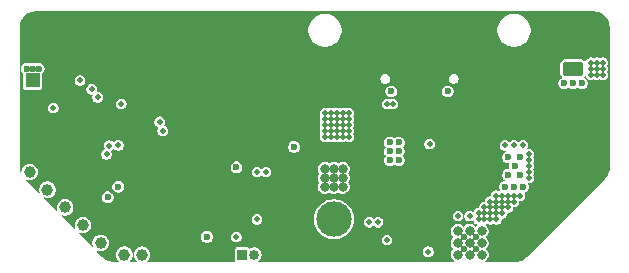
<source format=gbr>
%TF.GenerationSoftware,KiCad,Pcbnew,9.0.6-9.0.6~ubuntu25.04.1*%
%TF.CreationDate,2025-12-27T12:18:54+10:00*%
%TF.ProjectId,Stormbreaker,53746f72-6d62-4726-9561-6b65722e6b69,rev?*%
%TF.SameCoordinates,Original*%
%TF.FileFunction,Copper,L2,Inr*%
%TF.FilePolarity,Positive*%
%FSLAX46Y46*%
G04 Gerber Fmt 4.6, Leading zero omitted, Abs format (unit mm)*
G04 Created by KiCad (PCBNEW 9.0.6-9.0.6~ubuntu25.04.1) date 2025-12-27 12:18:54*
%MOMM*%
%LPD*%
G01*
G04 APERTURE LIST*
G04 Aperture macros list*
%AMRoundRect*
0 Rectangle with rounded corners*
0 $1 Rounding radius*
0 $2 $3 $4 $5 $6 $7 $8 $9 X,Y pos of 4 corners*
0 Add a 4 corners polygon primitive as box body*
4,1,4,$2,$3,$4,$5,$6,$7,$8,$9,$2,$3,0*
0 Add four circle primitives for the rounded corners*
1,1,$1+$1,$2,$3*
1,1,$1+$1,$4,$5*
1,1,$1+$1,$6,$7*
1,1,$1+$1,$8,$9*
0 Add four rect primitives between the rounded corners*
20,1,$1+$1,$2,$3,$4,$5,0*
20,1,$1+$1,$4,$5,$6,$7,0*
20,1,$1+$1,$6,$7,$8,$9,0*
20,1,$1+$1,$8,$9,$2,$3,0*%
G04 Aperture macros list end*
%TA.AperFunction,ComponentPad*%
%ADD10C,3.000000*%
%TD*%
%TA.AperFunction,ComponentPad*%
%ADD11C,1.000000*%
%TD*%
%TA.AperFunction,HeatsinkPad*%
%ADD12C,0.500000*%
%TD*%
%TA.AperFunction,HeatsinkPad*%
%ADD13O,1.000000X2.100000*%
%TD*%
%TA.AperFunction,HeatsinkPad*%
%ADD14O,1.000000X1.800000*%
%TD*%
%TA.AperFunction,ComponentPad*%
%ADD15RoundRect,0.250000X0.625000X-0.350000X0.625000X0.350000X-0.625000X0.350000X-0.625000X-0.350000X0*%
%TD*%
%TA.AperFunction,ComponentPad*%
%ADD16O,1.750000X1.200000*%
%TD*%
%TA.AperFunction,ComponentPad*%
%ADD17R,0.850000X0.850000*%
%TD*%
%TA.AperFunction,ComponentPad*%
%ADD18C,0.850000*%
%TD*%
%TA.AperFunction,ComponentPad*%
%ADD19R,1.200000X1.200000*%
%TD*%
%TA.AperFunction,ComponentPad*%
%ADD20O,1.200000X1.200000*%
%TD*%
%TA.AperFunction,ComponentPad*%
%ADD21C,0.600000*%
%TD*%
%TA.AperFunction,ViaPad*%
%ADD22C,0.500000*%
%TD*%
%TA.AperFunction,ViaPad*%
%ADD23C,0.600000*%
%TD*%
%TA.AperFunction,ViaPad*%
%ADD24C,0.800000*%
%TD*%
G04 APERTURE END LIST*
D10*
%TO.N,GND*%
%TO.C,TP9*%
X136750000Y-60250000D03*
%TD*%
D11*
%TO.N,Net-(Q2-D)*%
%TO.C,TP4*%
X121000000Y-60750000D03*
%TD*%
%TO.N,D+*%
%TO.C,TP1*%
X124500000Y-61750000D03*
%TD*%
D12*
%TO.N,GND*%
%TO.C,U1*%
X146900000Y-57400000D03*
X146900000Y-58500000D03*
X146900000Y-59600000D03*
X148000000Y-57400000D03*
X148000000Y-58500000D03*
X148000000Y-59600000D03*
X149100000Y-57400000D03*
X149100000Y-58500000D03*
X149100000Y-59600000D03*
%TD*%
D11*
%TO.N,/Wii_SHUTDOWN*%
%TO.C,TP7*%
X118000000Y-57750000D03*
%TD*%
%TO.N,/LED*%
%TO.C,TP10*%
X115000000Y-54750000D03*
%TD*%
%TO.N,D-*%
%TO.C,TP2*%
X123000000Y-61750000D03*
%TD*%
D13*
%TO.N,GND*%
%TO.C,J2*%
X152320000Y-47355000D03*
D14*
X152320000Y-43175000D03*
D13*
X143680000Y-47355000D03*
D14*
X143680000Y-43175000D03*
%TD*%
D15*
%TO.N,/BATT*%
%TO.C,BT2*%
X161000000Y-46000000D03*
D16*
%TO.N,GND*%
X161000000Y-44000000D03*
%TD*%
D11*
%TO.N,/Wii_POWER*%
%TO.C,TP6*%
X119500000Y-59250000D03*
%TD*%
D17*
%TO.N,SDA*%
%TO.C,J5*%
X133000000Y-61750000D03*
D18*
%TO.N,SCL*%
X134000000Y-61750000D03*
%TD*%
D11*
%TO.N,/ALERT*%
%TO.C,TP11*%
X116500000Y-56250000D03*
%TD*%
D19*
%TO.N,/BATT*%
%TO.C,BT1*%
X115250000Y-47000000D03*
D20*
%TO.N,GND*%
X115250000Y-49000000D03*
%TD*%
D10*
%TO.N,VDD*%
%TO.C,TP5*%
X140750000Y-58750000D03*
%TD*%
D21*
%TO.N,GND*%
%TO.C,U4*%
X156000000Y-47500000D03*
%TD*%
D22*
%TO.N,GND*%
X162500000Y-44000000D03*
D23*
X136250000Y-53000000D03*
X122625000Y-41750000D03*
X151200000Y-47930000D03*
D22*
X163000000Y-44500000D03*
D23*
X114750000Y-50000000D03*
D22*
X163000000Y-43500000D03*
D23*
X137500000Y-50000000D03*
X131250000Y-58250000D03*
D22*
X163500000Y-44500000D03*
D23*
X132805000Y-49750000D03*
D22*
X154500000Y-49000000D03*
D24*
X131250000Y-57500000D03*
X133500000Y-53000000D03*
D22*
X119000000Y-50000000D03*
X162500000Y-43500000D03*
X144500000Y-53000000D03*
X163500000Y-43500000D03*
D23*
X132805000Y-42025000D03*
D22*
X119000000Y-51500000D03*
D23*
X124855000Y-42150000D03*
X115750000Y-50000000D03*
D22*
X162500000Y-44500000D03*
D23*
X131250000Y-56750000D03*
X144800000Y-47930000D03*
X132000000Y-58250000D03*
D22*
X163500000Y-44000000D03*
X119750000Y-50750000D03*
D23*
X124000000Y-56750000D03*
X125000000Y-54500000D03*
X127500000Y-58500000D03*
D24*
X119000000Y-50750000D03*
D22*
X151250000Y-57520000D03*
D23*
X115875000Y-41750000D03*
X119000000Y-55750000D03*
X124505000Y-50400000D03*
X136205000Y-42150000D03*
X117250000Y-54000000D03*
X116000000Y-52750000D03*
X132000000Y-57500000D03*
D22*
X118250000Y-50750000D03*
D23*
X136455000Y-49750000D03*
X132000000Y-56750000D03*
D22*
X163000000Y-44000000D03*
D23*
X142500000Y-61000000D03*
X127500000Y-56500000D03*
X124905000Y-52850000D03*
X151250000Y-56750000D03*
X115250000Y-50000000D03*
D22*
X147250000Y-53000000D03*
D23*
%TO.N,/BATT*%
X161000000Y-47250000D03*
D24*
X151250000Y-60750000D03*
D22*
X163000000Y-46500000D03*
D24*
X153250000Y-60750000D03*
X152250000Y-60750000D03*
D22*
X163000000Y-46000000D03*
X162500000Y-46500000D03*
X163500000Y-46500000D03*
D23*
X115750000Y-46000000D03*
X160250000Y-47250000D03*
D22*
X162500000Y-45500000D03*
D24*
X153250000Y-59750000D03*
D23*
X161750000Y-47250000D03*
D24*
X152250000Y-61750000D03*
D23*
X114750000Y-46000000D03*
D22*
X163500000Y-45500000D03*
D24*
X152250000Y-59750000D03*
D23*
X151750000Y-61250000D03*
D24*
X151250000Y-61750000D03*
D23*
X152750000Y-61250000D03*
X115250000Y-46000000D03*
X151750000Y-60250000D03*
D22*
X163000000Y-45500000D03*
X163500000Y-46000000D03*
D24*
X153250000Y-61750000D03*
X151250000Y-59750000D03*
D22*
X162500000Y-46000000D03*
D23*
X152750000Y-60250000D03*
D22*
%TO.N,VBUS*%
X145250000Y-49000000D03*
D23*
X150400000Y-47930000D03*
X145600000Y-47930000D03*
X146250000Y-53750000D03*
X145500000Y-53000000D03*
X146250000Y-53000000D03*
X146250000Y-52250000D03*
X145500000Y-52250000D03*
D22*
X145750000Y-49000000D03*
D23*
X145500000Y-53750000D03*
D22*
%TO.N,VCC*%
X154000000Y-57250000D03*
X156750000Y-52500000D03*
X140500000Y-50250000D03*
X140000000Y-50250000D03*
X153000000Y-58250000D03*
X157250000Y-53250000D03*
X157250000Y-55250000D03*
X142000000Y-51750000D03*
X140000000Y-51750000D03*
X157250000Y-54250000D03*
X154500000Y-57250000D03*
X142000000Y-50750000D03*
X156000000Y-57250000D03*
X140000000Y-50750000D03*
X154500000Y-58750000D03*
X141500000Y-51750000D03*
X153500000Y-58750000D03*
X155500000Y-56750000D03*
X154500000Y-57750000D03*
X141500000Y-50750000D03*
X141000000Y-51750000D03*
D23*
X155250000Y-56000000D03*
D22*
X154000000Y-58750000D03*
D23*
X156750000Y-56000000D03*
D22*
X155500000Y-57750000D03*
X140500000Y-49750000D03*
X155000000Y-57750000D03*
X153500000Y-58250000D03*
D23*
X156000000Y-56000000D03*
D22*
X141000000Y-50750000D03*
X141500000Y-51250000D03*
X155500000Y-57250000D03*
X140000000Y-51250000D03*
X140500000Y-50750000D03*
D23*
X121601974Y-56898026D03*
D22*
X153000000Y-58750000D03*
X141000000Y-50250000D03*
X156000000Y-56750000D03*
D23*
X156500000Y-53500000D03*
D22*
X117000000Y-49315686D03*
X154000000Y-58250000D03*
X154000000Y-57750000D03*
X119260000Y-47000000D03*
X141000000Y-51250000D03*
X157250000Y-53750000D03*
X157250000Y-54750000D03*
X122750000Y-49000000D03*
X155250000Y-52500000D03*
X141500000Y-49750000D03*
X155000000Y-56750000D03*
X156000000Y-52500000D03*
X140500000Y-51750000D03*
X142000000Y-49750000D03*
X155000000Y-57250000D03*
X142000000Y-51250000D03*
X154500000Y-56750000D03*
X152250000Y-58480000D03*
D23*
X156050000Y-54250000D03*
D22*
X156500000Y-56750000D03*
D23*
X155500000Y-53500000D03*
D22*
X141500000Y-50250000D03*
X151250000Y-58480000D03*
D23*
X155500000Y-55000000D03*
D22*
X153500000Y-57750000D03*
X140500000Y-51250000D03*
X140000000Y-49750000D03*
X154500000Y-58250000D03*
X141000000Y-49750000D03*
D23*
X156500000Y-55000000D03*
D22*
X155000000Y-58250000D03*
X142000000Y-50250000D03*
D23*
%TO.N,SD_VCC*%
X130000000Y-60250000D03*
X132500000Y-54350000D03*
D22*
%TO.N,SD_D1*%
X132500000Y-60250000D03*
X135000000Y-54750000D03*
%TO.N,SD_D0*%
X134250000Y-58750000D03*
X134250000Y-54750000D03*
%TO.N,Net-(U1-TS)*%
X148750000Y-61500000D03*
X148860624Y-52389376D03*
%TO.N,SCL*%
X121736090Y-52513910D03*
%TO.N,SDA*%
X121500000Y-53250000D03*
%TO.N,SDA_2*%
X143750000Y-59000000D03*
X126250000Y-51250000D03*
%TO.N,SCL_2*%
X144500000Y-59000000D03*
X126000000Y-50500000D03*
%TO.N,/BQ_~{INT}*%
X145250000Y-60500000D03*
X122500000Y-52500000D03*
%TO.N,/PA0*%
X120750000Y-48432900D03*
D23*
X122500000Y-56000000D03*
%TO.N,Net-(Q1-G)*%
X137378750Y-52628750D03*
D22*
X120250000Y-47750000D03*
D24*
%TO.N,VDD*%
X140000000Y-56000000D03*
X141500000Y-54500000D03*
X140000000Y-54500000D03*
X140750000Y-54500000D03*
X140000000Y-55250000D03*
X141500000Y-55250000D03*
X141500000Y-56000000D03*
X140750000Y-55250000D03*
X140750000Y-56000000D03*
%TD*%
%TA.AperFunction,Conductor*%
%TO.N,GND*%
G36*
X162751918Y-41150651D02*
G01*
X162770536Y-41152116D01*
X162957269Y-41166812D01*
X162964852Y-41168013D01*
X163163272Y-41215649D01*
X163170578Y-41218023D01*
X163359104Y-41296114D01*
X163365943Y-41299599D01*
X163539929Y-41406218D01*
X163546140Y-41410729D01*
X163660459Y-41508366D01*
X163701308Y-41543254D01*
X163706745Y-41548691D01*
X163820398Y-41681763D01*
X163839266Y-41703854D01*
X163843783Y-41710072D01*
X163921952Y-41837633D01*
X163950396Y-41884048D01*
X163953887Y-41890899D01*
X164031975Y-42079420D01*
X164034351Y-42086732D01*
X164081984Y-42285140D01*
X164083187Y-42292734D01*
X164099349Y-42498081D01*
X164099500Y-42501926D01*
X164099500Y-54377080D01*
X164099395Y-54380284D01*
X164088166Y-54551622D01*
X164087329Y-54557977D01*
X164054145Y-54724804D01*
X164052486Y-54730996D01*
X163997809Y-54892066D01*
X163995356Y-54897988D01*
X163920121Y-55050543D01*
X163916916Y-55056094D01*
X163822411Y-55197523D01*
X163818509Y-55202608D01*
X163705153Y-55331857D01*
X163702963Y-55334196D01*
X163691355Y-55345804D01*
X163679954Y-55357205D01*
X163679952Y-55357207D01*
X163678234Y-55358926D01*
X163678232Y-55358926D01*
X158733702Y-60303458D01*
X157086660Y-61950500D01*
X157084052Y-61953108D01*
X157081718Y-61955293D01*
X156952617Y-62068511D01*
X156947532Y-62072413D01*
X156806100Y-62166917D01*
X156800550Y-62170122D01*
X156647982Y-62245362D01*
X156642061Y-62247814D01*
X156480991Y-62302495D01*
X156474800Y-62304154D01*
X156307970Y-62337346D01*
X156301616Y-62338183D01*
X156130685Y-62349395D01*
X156127478Y-62349500D01*
X153595507Y-62349500D01*
X153560859Y-62335148D01*
X153546507Y-62300500D01*
X153560859Y-62265852D01*
X153571007Y-62258065D01*
X153618709Y-62230524D01*
X153618708Y-62230524D01*
X153618716Y-62230520D01*
X153730520Y-62118716D01*
X153809577Y-61981784D01*
X153850499Y-61829060D01*
X153850500Y-61829060D01*
X153850500Y-61670940D01*
X153850499Y-61670939D01*
X153809577Y-61518217D01*
X153809576Y-61518213D01*
X153730524Y-61381290D01*
X153730521Y-61381287D01*
X153730520Y-61381284D01*
X153633884Y-61284648D01*
X153619532Y-61250000D01*
X153633884Y-61215352D01*
X153668789Y-61180447D01*
X153730520Y-61118716D01*
X153770482Y-61049500D01*
X153809576Y-60981786D01*
X153809576Y-60981785D01*
X153809577Y-60981784D01*
X153850499Y-60829060D01*
X153850500Y-60829060D01*
X153850500Y-60670940D01*
X153850499Y-60670939D01*
X153820588Y-60559309D01*
X153809577Y-60518216D01*
X153809576Y-60518215D01*
X153809576Y-60518213D01*
X153730524Y-60381290D01*
X153730521Y-60381287D01*
X153730520Y-60381284D01*
X153633884Y-60284648D01*
X153619532Y-60250000D01*
X153633884Y-60215352D01*
X153665132Y-60184104D01*
X153730520Y-60118716D01*
X153770482Y-60049500D01*
X153809576Y-59981786D01*
X153809576Y-59981785D01*
X153809577Y-59981784D01*
X153850499Y-59829060D01*
X153850500Y-59829060D01*
X153850500Y-59670940D01*
X153850499Y-59670939D01*
X153821476Y-59562623D01*
X153809577Y-59518216D01*
X153809576Y-59518215D01*
X153809576Y-59518213D01*
X153730524Y-59381290D01*
X153730521Y-59381287D01*
X153730520Y-59381284D01*
X153618716Y-59269480D01*
X153618713Y-59269478D01*
X153616164Y-59267522D01*
X153617249Y-59266108D01*
X153597897Y-59240887D01*
X153602793Y-59203705D01*
X153632546Y-59180876D01*
X153673886Y-59169799D01*
X153725500Y-59139998D01*
X153762681Y-59135103D01*
X153774495Y-59139996D01*
X153826114Y-59169799D01*
X153841367Y-59173886D01*
X153940688Y-59200500D01*
X153940691Y-59200500D01*
X154059311Y-59200500D01*
X154132057Y-59181007D01*
X154173886Y-59169799D01*
X154225500Y-59139998D01*
X154262681Y-59135103D01*
X154274495Y-59139996D01*
X154326114Y-59169799D01*
X154341367Y-59173886D01*
X154440688Y-59200500D01*
X154440691Y-59200500D01*
X154559311Y-59200500D01*
X154632057Y-59181007D01*
X154673886Y-59169799D01*
X154776613Y-59110489D01*
X154860489Y-59026613D01*
X154919799Y-58923886D01*
X154937776Y-58856797D01*
X154950500Y-58809311D01*
X154950500Y-58749500D01*
X154964852Y-58714852D01*
X154999500Y-58700500D01*
X155059311Y-58700500D01*
X155116597Y-58685149D01*
X155173886Y-58669799D01*
X155276613Y-58610489D01*
X155360489Y-58526613D01*
X155419799Y-58423886D01*
X155444902Y-58330201D01*
X155450500Y-58309311D01*
X155450500Y-58249500D01*
X155464852Y-58214852D01*
X155499500Y-58200500D01*
X155559311Y-58200500D01*
X155616597Y-58185149D01*
X155673886Y-58169799D01*
X155776613Y-58110489D01*
X155860489Y-58026613D01*
X155919799Y-57923886D01*
X155944902Y-57830201D01*
X155950500Y-57809311D01*
X155950500Y-57749500D01*
X155964852Y-57714852D01*
X155999500Y-57700500D01*
X156059311Y-57700500D01*
X156132057Y-57681007D01*
X156173886Y-57669799D01*
X156276613Y-57610489D01*
X156360489Y-57526613D01*
X156419799Y-57423886D01*
X156435149Y-57366597D01*
X156450500Y-57309311D01*
X156450500Y-57249500D01*
X156464852Y-57214852D01*
X156499500Y-57200500D01*
X156559311Y-57200500D01*
X156616597Y-57185149D01*
X156673886Y-57169799D01*
X156776613Y-57110489D01*
X156860489Y-57026613D01*
X156919799Y-56923886D01*
X156944902Y-56830201D01*
X156950500Y-56809311D01*
X156950500Y-56690688D01*
X156926333Y-56600499D01*
X156919799Y-56576114D01*
X156919798Y-56576112D01*
X156919798Y-56576111D01*
X156900000Y-56541821D01*
X156895105Y-56504639D01*
X156917935Y-56474886D01*
X156929748Y-56469992D01*
X156943186Y-56466392D01*
X157057314Y-56400500D01*
X157150500Y-56307314D01*
X157216392Y-56193186D01*
X157250499Y-56065895D01*
X157250500Y-56065895D01*
X157250500Y-55934105D01*
X157250499Y-55934104D01*
X157216392Y-55806815D01*
X157216391Y-55806811D01*
X157197447Y-55774000D01*
X157192552Y-55736818D01*
X157215382Y-55707065D01*
X157239882Y-55700500D01*
X157309311Y-55700500D01*
X157366597Y-55685149D01*
X157423886Y-55669799D01*
X157526613Y-55610489D01*
X157610489Y-55526613D01*
X157669799Y-55423886D01*
X157687205Y-55358926D01*
X157700500Y-55309311D01*
X157700500Y-55190688D01*
X157677474Y-55104758D01*
X157669799Y-55076114D01*
X157639998Y-55024499D01*
X157635103Y-54987319D01*
X157639996Y-54975504D01*
X157669799Y-54923886D01*
X157697904Y-54818998D01*
X157700500Y-54809311D01*
X157700500Y-54690688D01*
X157670588Y-54579060D01*
X157669799Y-54576114D01*
X157639998Y-54524499D01*
X157635103Y-54487319D01*
X157639996Y-54475504D01*
X157669799Y-54423886D01*
X157694902Y-54330201D01*
X157700500Y-54309311D01*
X157700500Y-54190688D01*
X157669799Y-54076115D01*
X157669799Y-54076114D01*
X157639998Y-54024499D01*
X157635103Y-53987319D01*
X157639996Y-53975504D01*
X157669799Y-53923886D01*
X157689731Y-53849500D01*
X157700500Y-53809311D01*
X157700500Y-53690688D01*
X157669799Y-53576115D01*
X157669799Y-53576114D01*
X157639998Y-53524499D01*
X157635103Y-53487319D01*
X157639996Y-53475504D01*
X157669799Y-53423886D01*
X157694202Y-53332814D01*
X157700500Y-53309311D01*
X157700500Y-53190688D01*
X157676065Y-53099500D01*
X157669799Y-53076114D01*
X157610489Y-52973387D01*
X157526613Y-52889511D01*
X157423887Y-52830201D01*
X157423884Y-52830200D01*
X157309312Y-52799500D01*
X157309309Y-52799500D01*
X157190691Y-52799500D01*
X157190688Y-52799500D01*
X157188095Y-52799841D01*
X157151872Y-52790129D01*
X157133125Y-52757647D01*
X157139271Y-52726760D01*
X157169799Y-52673886D01*
X157194202Y-52582814D01*
X157200500Y-52559311D01*
X157200500Y-52440688D01*
X157169799Y-52326115D01*
X157169798Y-52326112D01*
X157135970Y-52267521D01*
X157110489Y-52223387D01*
X157026613Y-52139511D01*
X156980283Y-52112762D01*
X156923887Y-52080201D01*
X156923884Y-52080200D01*
X156809312Y-52049500D01*
X156809309Y-52049500D01*
X156690691Y-52049500D01*
X156690688Y-52049500D01*
X156576115Y-52080200D01*
X156576112Y-52080201D01*
X156473386Y-52139511D01*
X156473386Y-52139512D01*
X156409648Y-52203250D01*
X156375000Y-52217602D01*
X156340352Y-52203250D01*
X156276613Y-52139511D01*
X156173887Y-52080201D01*
X156173884Y-52080200D01*
X156059312Y-52049500D01*
X156059309Y-52049500D01*
X155940691Y-52049500D01*
X155940688Y-52049500D01*
X155826115Y-52080200D01*
X155826112Y-52080201D01*
X155723386Y-52139511D01*
X155723386Y-52139512D01*
X155659648Y-52203250D01*
X155625000Y-52217602D01*
X155590352Y-52203250D01*
X155526613Y-52139511D01*
X155423887Y-52080201D01*
X155423884Y-52080200D01*
X155309312Y-52049500D01*
X155309309Y-52049500D01*
X155190691Y-52049500D01*
X155190688Y-52049500D01*
X155076115Y-52080200D01*
X155076112Y-52080201D01*
X154973386Y-52139511D01*
X154973386Y-52139512D01*
X154889512Y-52223386D01*
X154889511Y-52223386D01*
X154830201Y-52326112D01*
X154830200Y-52326115D01*
X154799500Y-52440688D01*
X154799500Y-52559311D01*
X154830200Y-52673884D01*
X154830201Y-52673887D01*
X154842186Y-52694645D01*
X154889511Y-52776613D01*
X154973387Y-52860489D01*
X154997478Y-52874398D01*
X155069277Y-52915852D01*
X155076114Y-52919799D01*
X155104758Y-52927474D01*
X155190688Y-52950500D01*
X155267891Y-52950500D01*
X155302539Y-52964852D01*
X155316891Y-52999500D01*
X155302539Y-53034148D01*
X155292391Y-53041935D01*
X155192685Y-53099500D01*
X155192685Y-53099501D01*
X155099501Y-53192685D01*
X155099500Y-53192685D01*
X155033608Y-53306811D01*
X155033607Y-53306815D01*
X154999500Y-53434104D01*
X154999500Y-53565895D01*
X155033607Y-53693184D01*
X155033608Y-53693188D01*
X155075313Y-53765421D01*
X155099500Y-53807314D01*
X155192686Y-53900500D01*
X155219604Y-53916041D01*
X155306811Y-53966391D01*
X155306813Y-53966391D01*
X155306814Y-53966392D01*
X155407207Y-53993292D01*
X155434104Y-54000499D01*
X155434105Y-54000500D01*
X155534839Y-54000500D01*
X155569487Y-54014852D01*
X155583839Y-54049500D01*
X155582169Y-54062182D01*
X155549500Y-54184104D01*
X155549500Y-54315895D01*
X155582169Y-54437818D01*
X155577274Y-54475000D01*
X155547521Y-54497830D01*
X155534839Y-54499500D01*
X155434105Y-54499500D01*
X155306815Y-54533607D01*
X155306811Y-54533608D01*
X155192685Y-54599500D01*
X155192685Y-54599501D01*
X155099501Y-54692685D01*
X155099500Y-54692685D01*
X155033608Y-54806811D01*
X155033607Y-54806815D01*
X154999500Y-54934104D01*
X154999500Y-55065895D01*
X155033607Y-55193184D01*
X155033608Y-55193188D01*
X155091879Y-55294114D01*
X155099500Y-55307314D01*
X155192686Y-55400500D01*
X155205790Y-55408066D01*
X155228620Y-55437819D01*
X155223724Y-55475001D01*
X155193970Y-55497831D01*
X155187241Y-55498716D01*
X155187289Y-55499081D01*
X155184104Y-55499500D01*
X155056815Y-55533607D01*
X155056811Y-55533608D01*
X154942685Y-55599500D01*
X154942685Y-55599501D01*
X154849501Y-55692685D01*
X154849500Y-55692685D01*
X154783608Y-55806811D01*
X154783607Y-55806815D01*
X154749500Y-55934104D01*
X154749500Y-56065895D01*
X154783607Y-56193184D01*
X154783608Y-56193188D01*
X154829063Y-56271917D01*
X154833958Y-56309099D01*
X154811128Y-56338852D01*
X154774500Y-56359999D01*
X154737318Y-56364894D01*
X154725501Y-56360000D01*
X154673885Y-56330200D01*
X154559312Y-56299500D01*
X154559309Y-56299500D01*
X154440691Y-56299500D01*
X154440688Y-56299500D01*
X154326115Y-56330200D01*
X154326112Y-56330201D01*
X154223386Y-56389511D01*
X154223386Y-56389512D01*
X154139512Y-56473386D01*
X154139511Y-56473386D01*
X154080201Y-56576112D01*
X154080200Y-56576115D01*
X154049500Y-56690688D01*
X154049500Y-56750500D01*
X154035148Y-56785148D01*
X154000500Y-56799500D01*
X153940688Y-56799500D01*
X153826115Y-56830200D01*
X153826112Y-56830201D01*
X153723386Y-56889511D01*
X153723386Y-56889512D01*
X153639512Y-56973386D01*
X153639511Y-56973386D01*
X153580201Y-57076112D01*
X153580200Y-57076115D01*
X153549500Y-57190688D01*
X153549500Y-57250500D01*
X153535148Y-57285148D01*
X153500500Y-57299500D01*
X153440688Y-57299500D01*
X153326115Y-57330200D01*
X153326112Y-57330201D01*
X153223386Y-57389511D01*
X153223386Y-57389512D01*
X153139512Y-57473386D01*
X153139511Y-57473386D01*
X153080201Y-57576112D01*
X153080200Y-57576115D01*
X153049500Y-57690688D01*
X153049500Y-57750500D01*
X153035148Y-57785148D01*
X153000500Y-57799500D01*
X152940688Y-57799500D01*
X152826115Y-57830200D01*
X152826112Y-57830201D01*
X152723386Y-57889511D01*
X152723386Y-57889512D01*
X152639512Y-57973386D01*
X152639511Y-57973386D01*
X152580201Y-58076111D01*
X152580199Y-58076117D01*
X152579477Y-58078813D01*
X152556643Y-58108564D01*
X152519461Y-58113455D01*
X152507648Y-58108561D01*
X152423888Y-58060201D01*
X152423884Y-58060200D01*
X152309312Y-58029500D01*
X152309309Y-58029500D01*
X152190691Y-58029500D01*
X152190688Y-58029500D01*
X152076115Y-58060200D01*
X152076112Y-58060201D01*
X151973386Y-58119511D01*
X151973386Y-58119512D01*
X151889512Y-58203386D01*
X151889511Y-58203386D01*
X151830201Y-58306112D01*
X151830200Y-58306115D01*
X151799500Y-58420688D01*
X151799500Y-58539311D01*
X151830200Y-58653884D01*
X151830201Y-58653887D01*
X151860223Y-58705886D01*
X151889511Y-58756613D01*
X151973387Y-58840489D01*
X152032695Y-58874731D01*
X152053164Y-58886549D01*
X152076114Y-58899799D01*
X152104758Y-58907474D01*
X152190688Y-58930500D01*
X152190691Y-58930500D01*
X152309311Y-58930500D01*
X152366597Y-58915149D01*
X152423886Y-58899799D01*
X152498367Y-58856796D01*
X152535548Y-58851901D01*
X152565301Y-58874731D01*
X152570196Y-58886549D01*
X152580200Y-58923884D01*
X152580201Y-58923888D01*
X152639511Y-59026613D01*
X152723387Y-59110489D01*
X152826114Y-59169799D01*
X152841367Y-59173886D01*
X152867453Y-59180876D01*
X152897206Y-59203706D01*
X152902101Y-59240888D01*
X152882756Y-59266114D01*
X152883836Y-59267522D01*
X152881281Y-59269482D01*
X152784648Y-59366116D01*
X152750000Y-59380468D01*
X152715352Y-59366116D01*
X152618718Y-59269482D01*
X152618716Y-59269480D01*
X152618713Y-59269478D01*
X152618709Y-59269475D01*
X152481786Y-59190423D01*
X152481782Y-59190422D01*
X152329060Y-59149500D01*
X152329057Y-59149500D01*
X152170943Y-59149500D01*
X152170940Y-59149500D01*
X152018217Y-59190422D01*
X152018213Y-59190423D01*
X151881290Y-59269475D01*
X151881281Y-59269482D01*
X151784648Y-59366116D01*
X151750000Y-59380468D01*
X151715352Y-59366116D01*
X151618718Y-59269482D01*
X151618716Y-59269480D01*
X151618713Y-59269478D01*
X151618709Y-59269475D01*
X151481786Y-59190423D01*
X151481782Y-59190422D01*
X151329060Y-59149500D01*
X151329057Y-59149500D01*
X151170943Y-59149500D01*
X151170940Y-59149500D01*
X151018217Y-59190422D01*
X151018213Y-59190423D01*
X150881290Y-59269475D01*
X150881281Y-59269482D01*
X150769482Y-59381281D01*
X150769475Y-59381290D01*
X150690423Y-59518213D01*
X150690422Y-59518217D01*
X150649500Y-59670939D01*
X150649500Y-59829060D01*
X150690422Y-59981782D01*
X150690423Y-59981786D01*
X150769475Y-60118709D01*
X150769482Y-60118718D01*
X150866116Y-60215352D01*
X150880468Y-60250000D01*
X150866116Y-60284648D01*
X150769482Y-60381281D01*
X150769475Y-60381290D01*
X150690423Y-60518213D01*
X150690422Y-60518217D01*
X150649500Y-60670939D01*
X150649500Y-60829060D01*
X150690422Y-60981782D01*
X150690423Y-60981786D01*
X150769475Y-61118709D01*
X150769482Y-61118718D01*
X150866116Y-61215352D01*
X150880468Y-61250000D01*
X150866116Y-61284648D01*
X150769482Y-61381281D01*
X150769475Y-61381290D01*
X150690423Y-61518213D01*
X150690422Y-61518217D01*
X150649500Y-61670939D01*
X150649500Y-61829060D01*
X150690422Y-61981782D01*
X150690423Y-61981786D01*
X150769475Y-62118709D01*
X150769478Y-62118713D01*
X150769480Y-62118716D01*
X150881284Y-62230520D01*
X150881287Y-62230521D01*
X150881290Y-62230524D01*
X150928993Y-62258065D01*
X150951823Y-62287818D01*
X150946928Y-62325000D01*
X150917175Y-62347830D01*
X150904493Y-62349500D01*
X134390187Y-62349500D01*
X134355539Y-62335148D01*
X134341187Y-62300500D01*
X134355539Y-62265852D01*
X134362964Y-62259758D01*
X134398733Y-62235858D01*
X134485858Y-62148733D01*
X134554311Y-62046286D01*
X134601463Y-61932452D01*
X134625500Y-61811606D01*
X134625500Y-61688394D01*
X134601463Y-61567548D01*
X134598051Y-61559311D01*
X134555354Y-61456230D01*
X134555354Y-61456229D01*
X134554315Y-61453721D01*
X134554313Y-61453719D01*
X134554311Y-61453714D01*
X134545607Y-61440688D01*
X148299500Y-61440688D01*
X148299500Y-61559311D01*
X148330200Y-61673884D01*
X148330201Y-61673887D01*
X148334312Y-61681007D01*
X148389511Y-61776613D01*
X148473387Y-61860489D01*
X148576114Y-61919799D01*
X148604758Y-61927474D01*
X148690688Y-61950500D01*
X148690691Y-61950500D01*
X148809311Y-61950500D01*
X148866597Y-61935149D01*
X148923886Y-61919799D01*
X149026613Y-61860489D01*
X149110489Y-61776613D01*
X149169799Y-61673886D01*
X149198292Y-61567550D01*
X149200500Y-61559311D01*
X149200500Y-61440688D01*
X149169799Y-61326115D01*
X149169798Y-61326112D01*
X149134019Y-61264142D01*
X149110489Y-61223387D01*
X149026613Y-61139511D01*
X149008794Y-61129223D01*
X148923887Y-61080201D01*
X148923884Y-61080200D01*
X148809312Y-61049500D01*
X148809309Y-61049500D01*
X148690691Y-61049500D01*
X148690688Y-61049500D01*
X148576115Y-61080200D01*
X148576112Y-61080201D01*
X148473386Y-61139511D01*
X148473386Y-61139512D01*
X148389512Y-61223386D01*
X148389511Y-61223386D01*
X148330201Y-61326112D01*
X148330200Y-61326115D01*
X148299500Y-61440688D01*
X134545607Y-61440688D01*
X134485858Y-61351267D01*
X134398733Y-61264142D01*
X134296286Y-61195689D01*
X134296282Y-61195687D01*
X134296280Y-61195686D01*
X134182459Y-61148539D01*
X134182449Y-61148536D01*
X134133714Y-61138842D01*
X134061606Y-61124500D01*
X133938394Y-61124500D01*
X133879909Y-61136133D01*
X133817550Y-61148536D01*
X133817540Y-61148539D01*
X133703719Y-61195686D01*
X133703713Y-61195689D01*
X133658744Y-61225736D01*
X133621962Y-61233052D01*
X133590780Y-61212217D01*
X133569552Y-61180447D01*
X133529795Y-61153882D01*
X133503231Y-61136133D01*
X133444748Y-61124500D01*
X132555252Y-61124500D01*
X132496769Y-61136133D01*
X132430447Y-61180447D01*
X132386133Y-61246769D01*
X132374500Y-61305252D01*
X132374500Y-62194748D01*
X132386133Y-62253231D01*
X132399465Y-62273183D01*
X132399528Y-62273277D01*
X132406845Y-62310059D01*
X132386009Y-62341242D01*
X132358786Y-62349500D01*
X125009452Y-62349500D01*
X124974804Y-62335148D01*
X124960452Y-62300500D01*
X124974804Y-62265852D01*
X125004798Y-62235858D01*
X125044114Y-62196542D01*
X125120775Y-62081811D01*
X125173580Y-61954328D01*
X125180449Y-61919798D01*
X125200499Y-61818998D01*
X125200500Y-61818993D01*
X125200500Y-61681007D01*
X125200499Y-61681001D01*
X125173582Y-61545681D01*
X125173579Y-61545670D01*
X125136532Y-61456230D01*
X125120775Y-61418189D01*
X125059253Y-61326115D01*
X125044116Y-61303460D01*
X124946539Y-61205883D01*
X124860712Y-61148536D01*
X124831811Y-61129225D01*
X124831808Y-61129223D01*
X124831807Y-61129223D01*
X124704329Y-61076420D01*
X124704318Y-61076417D01*
X124568998Y-61049500D01*
X124568993Y-61049500D01*
X124431007Y-61049500D01*
X124431001Y-61049500D01*
X124295681Y-61076417D01*
X124295670Y-61076420D01*
X124168192Y-61129223D01*
X124053460Y-61205883D01*
X123955883Y-61303460D01*
X123879223Y-61418192D01*
X123826420Y-61545670D01*
X123826417Y-61545681D01*
X123799500Y-61681001D01*
X123799500Y-61818998D01*
X123826417Y-61954318D01*
X123826420Y-61954329D01*
X123874597Y-62070639D01*
X123879225Y-62081811D01*
X123910137Y-62128074D01*
X123955883Y-62196539D01*
X124025196Y-62265852D01*
X124039548Y-62300500D01*
X124025196Y-62335148D01*
X123990548Y-62349500D01*
X123509452Y-62349500D01*
X123474804Y-62335148D01*
X123460452Y-62300500D01*
X123474804Y-62265852D01*
X123504798Y-62235858D01*
X123544114Y-62196542D01*
X123620775Y-62081811D01*
X123673580Y-61954328D01*
X123680449Y-61919798D01*
X123700499Y-61818998D01*
X123700500Y-61818993D01*
X123700500Y-61681007D01*
X123700499Y-61681001D01*
X123673582Y-61545681D01*
X123673579Y-61545670D01*
X123636532Y-61456230D01*
X123620775Y-61418189D01*
X123559253Y-61326115D01*
X123544116Y-61303460D01*
X123446539Y-61205883D01*
X123360712Y-61148536D01*
X123331811Y-61129225D01*
X123331808Y-61129223D01*
X123331807Y-61129223D01*
X123204329Y-61076420D01*
X123204318Y-61076417D01*
X123068998Y-61049500D01*
X123068993Y-61049500D01*
X122931007Y-61049500D01*
X122931001Y-61049500D01*
X122795681Y-61076417D01*
X122795670Y-61076420D01*
X122668192Y-61129223D01*
X122553460Y-61205883D01*
X122455883Y-61303460D01*
X122379223Y-61418192D01*
X122326420Y-61545670D01*
X122326417Y-61545681D01*
X122299500Y-61681001D01*
X122299500Y-61818998D01*
X122326417Y-61954318D01*
X122326420Y-61954329D01*
X122374597Y-62070639D01*
X122379225Y-62081811D01*
X122410137Y-62128074D01*
X122455883Y-62196539D01*
X122525196Y-62265852D01*
X122539548Y-62300500D01*
X122525196Y-62335148D01*
X122490548Y-62349500D01*
X122122920Y-62349500D01*
X122119716Y-62349395D01*
X121948381Y-62338167D01*
X121942026Y-62337331D01*
X121775187Y-62304147D01*
X121768996Y-62302488D01*
X121639071Y-62258386D01*
X121607921Y-62247812D01*
X121602001Y-62245360D01*
X121598381Y-62243575D01*
X121567724Y-62228457D01*
X121449438Y-62170126D01*
X121443888Y-62166921D01*
X121302460Y-62072425D01*
X121297384Y-62068531D01*
X121168429Y-61955443D01*
X121166113Y-61953273D01*
X121142789Y-61929950D01*
X120697997Y-61485158D01*
X120683645Y-61450510D01*
X120697997Y-61415862D01*
X120732645Y-61401510D01*
X120751393Y-61405239D01*
X120795672Y-61423580D01*
X120795678Y-61423581D01*
X120795681Y-61423582D01*
X120931001Y-61450499D01*
X120931007Y-61450500D01*
X121068993Y-61450500D01*
X121204328Y-61423580D01*
X121331811Y-61370775D01*
X121446542Y-61294114D01*
X121544114Y-61196542D01*
X121620775Y-61081811D01*
X121673580Y-60954328D01*
X121680449Y-60919798D01*
X121700499Y-60818998D01*
X121700500Y-60818993D01*
X121700500Y-60681007D01*
X121700499Y-60681001D01*
X121673582Y-60545681D01*
X121673579Y-60545670D01*
X121665686Y-60526614D01*
X121620775Y-60418189D01*
X121559253Y-60326115D01*
X121544116Y-60303460D01*
X121446539Y-60205883D01*
X121413944Y-60184104D01*
X129499500Y-60184104D01*
X129499500Y-60315895D01*
X129533607Y-60443184D01*
X129533608Y-60443188D01*
X129581775Y-60526614D01*
X129599500Y-60557314D01*
X129692686Y-60650500D01*
X129726111Y-60669798D01*
X129806811Y-60716391D01*
X129806813Y-60716391D01*
X129806814Y-60716392D01*
X129907207Y-60743292D01*
X129934104Y-60750499D01*
X129934105Y-60750500D01*
X129934108Y-60750500D01*
X130065895Y-60750500D01*
X130065895Y-60750499D01*
X130193186Y-60716392D01*
X130307314Y-60650500D01*
X130400500Y-60557314D01*
X130466392Y-60443186D01*
X130500499Y-60315895D01*
X130500500Y-60315895D01*
X130500500Y-60190688D01*
X132049500Y-60190688D01*
X132049500Y-60309311D01*
X132080200Y-60423884D01*
X132080201Y-60423887D01*
X132139511Y-60526613D01*
X132223387Y-60610489D01*
X132326114Y-60669799D01*
X132341367Y-60673886D01*
X132440688Y-60700500D01*
X132440691Y-60700500D01*
X132559311Y-60700500D01*
X132632057Y-60681007D01*
X132673886Y-60669799D01*
X132776613Y-60610489D01*
X132860489Y-60526613D01*
X132919799Y-60423886D01*
X132935923Y-60363710D01*
X132950500Y-60309311D01*
X132950500Y-60190688D01*
X132919799Y-60076115D01*
X132919798Y-60076112D01*
X132860488Y-59973386D01*
X132776613Y-59889511D01*
X132673887Y-59830201D01*
X132673884Y-59830200D01*
X132559312Y-59799500D01*
X132559309Y-59799500D01*
X132440691Y-59799500D01*
X132440688Y-59799500D01*
X132326115Y-59830200D01*
X132326112Y-59830201D01*
X132223386Y-59889511D01*
X132223386Y-59889512D01*
X132139512Y-59973386D01*
X132139511Y-59973386D01*
X132080201Y-60076112D01*
X132080200Y-60076115D01*
X132049500Y-60190688D01*
X130500500Y-60190688D01*
X130500500Y-60184105D01*
X130500499Y-60184104D01*
X130482978Y-60118716D01*
X130466392Y-60056814D01*
X130466391Y-60056813D01*
X130466391Y-60056811D01*
X130400499Y-59942685D01*
X130307314Y-59849500D01*
X130193188Y-59783608D01*
X130193184Y-59783607D01*
X130065895Y-59749500D01*
X130065892Y-59749500D01*
X129934108Y-59749500D01*
X129934105Y-59749500D01*
X129806815Y-59783607D01*
X129806811Y-59783608D01*
X129692685Y-59849500D01*
X129692685Y-59849501D01*
X129599501Y-59942685D01*
X129599500Y-59942685D01*
X129533608Y-60056811D01*
X129533607Y-60056815D01*
X129499500Y-60184104D01*
X121413944Y-60184104D01*
X121378074Y-60160137D01*
X121331811Y-60129225D01*
X121331808Y-60129223D01*
X121331807Y-60129223D01*
X121204329Y-60076420D01*
X121204318Y-60076417D01*
X121068998Y-60049500D01*
X121068993Y-60049500D01*
X120931007Y-60049500D01*
X120931001Y-60049500D01*
X120795681Y-60076417D01*
X120795670Y-60076420D01*
X120668192Y-60129223D01*
X120553460Y-60205883D01*
X120455883Y-60303460D01*
X120379223Y-60418192D01*
X120326420Y-60545670D01*
X120326417Y-60545681D01*
X120299500Y-60681001D01*
X120299500Y-60818998D01*
X120326417Y-60954318D01*
X120326420Y-60954329D01*
X120344759Y-60998603D01*
X120344759Y-61036106D01*
X120318240Y-61062624D01*
X120280737Y-61062624D01*
X120264841Y-61052002D01*
X119197997Y-59985158D01*
X119183645Y-59950510D01*
X119197997Y-59915862D01*
X119232645Y-59901510D01*
X119251393Y-59905239D01*
X119295672Y-59923580D01*
X119295678Y-59923581D01*
X119295681Y-59923582D01*
X119431001Y-59950499D01*
X119431007Y-59950500D01*
X119568993Y-59950500D01*
X119704328Y-59923580D01*
X119831811Y-59870775D01*
X119946542Y-59794114D01*
X120044114Y-59696542D01*
X120120775Y-59581811D01*
X120173580Y-59454328D01*
X120180449Y-59419798D01*
X120200499Y-59318998D01*
X120200500Y-59318993D01*
X120200500Y-59181007D01*
X120200499Y-59181001D01*
X120173582Y-59045681D01*
X120173579Y-59045670D01*
X120165686Y-59026614D01*
X120120775Y-58918189D01*
X120074613Y-58849102D01*
X120044116Y-58803460D01*
X119946539Y-58705883D01*
X119923798Y-58690688D01*
X133799500Y-58690688D01*
X133799500Y-58809311D01*
X133830200Y-58923884D01*
X133830201Y-58923887D01*
X133839903Y-58940691D01*
X133889511Y-59026613D01*
X133973387Y-59110489D01*
X134076114Y-59169799D01*
X134091367Y-59173886D01*
X134190688Y-59200500D01*
X134190691Y-59200500D01*
X134309311Y-59200500D01*
X134382057Y-59181007D01*
X134423886Y-59169799D01*
X134526613Y-59110489D01*
X134610489Y-59026613D01*
X134669799Y-58923886D01*
X134687776Y-58856797D01*
X134700500Y-58809311D01*
X134700500Y-58690688D01*
X134700499Y-58690687D01*
X134689496Y-58649621D01*
X134686527Y-58638543D01*
X139049500Y-58638543D01*
X139049500Y-58861457D01*
X139078596Y-59082463D01*
X139078597Y-59082467D01*
X139078598Y-59082474D01*
X139136288Y-59297776D01*
X139136290Y-59297782D01*
X139221595Y-59503727D01*
X139333050Y-59696771D01*
X139333060Y-59696786D01*
X139468748Y-59873618D01*
X139468758Y-59873630D01*
X139626369Y-60031241D01*
X139626381Y-60031251D01*
X139803213Y-60166939D01*
X139803222Y-60166945D01*
X139803226Y-60166948D01*
X139996274Y-60278405D01*
X140202219Y-60363710D01*
X140202223Y-60363711D01*
X140417525Y-60421401D01*
X140417526Y-60421401D01*
X140417537Y-60421404D01*
X140638543Y-60450500D01*
X140638547Y-60450500D01*
X140861453Y-60450500D01*
X140861457Y-60450500D01*
X140935987Y-60440688D01*
X144799500Y-60440688D01*
X144799500Y-60559311D01*
X144830200Y-60673884D01*
X144830201Y-60673887D01*
X144889511Y-60776613D01*
X144973387Y-60860489D01*
X145076114Y-60919799D01*
X145104758Y-60927474D01*
X145190688Y-60950500D01*
X145190691Y-60950500D01*
X145309311Y-60950500D01*
X145366597Y-60935149D01*
X145423886Y-60919799D01*
X145526613Y-60860489D01*
X145610489Y-60776613D01*
X145669799Y-60673886D01*
X145686787Y-60610488D01*
X145700500Y-60559311D01*
X145700500Y-60440688D01*
X145669799Y-60326115D01*
X145669798Y-60326112D01*
X145610488Y-60223386D01*
X145526613Y-60139511D01*
X145423887Y-60080201D01*
X145423884Y-60080200D01*
X145309312Y-60049500D01*
X145309309Y-60049500D01*
X145190691Y-60049500D01*
X145190688Y-60049500D01*
X145076115Y-60080200D01*
X145076112Y-60080201D01*
X144973386Y-60139511D01*
X144973386Y-60139512D01*
X144889512Y-60223386D01*
X144889511Y-60223386D01*
X144830201Y-60326112D01*
X144830200Y-60326115D01*
X144799500Y-60440688D01*
X140935987Y-60440688D01*
X141082463Y-60421404D01*
X141094462Y-60418189D01*
X141199111Y-60390149D01*
X141261465Y-60373440D01*
X141297781Y-60363710D01*
X141503726Y-60278405D01*
X141696774Y-60166948D01*
X141732530Y-60139512D01*
X141759629Y-60118718D01*
X141873624Y-60031247D01*
X142031247Y-59873624D01*
X142166948Y-59696774D01*
X142278405Y-59503726D01*
X142363710Y-59297781D01*
X142421404Y-59082463D01*
X142440069Y-58940688D01*
X143299500Y-58940688D01*
X143299500Y-59059311D01*
X143330200Y-59173884D01*
X143330201Y-59173887D01*
X143368884Y-59240887D01*
X143389511Y-59276613D01*
X143473387Y-59360489D01*
X143509405Y-59381284D01*
X143567843Y-59415024D01*
X143576114Y-59419799D01*
X143604758Y-59427474D01*
X143690688Y-59450500D01*
X143690691Y-59450500D01*
X143809311Y-59450500D01*
X143866597Y-59435149D01*
X143923886Y-59419799D01*
X144026613Y-59360489D01*
X144090352Y-59296750D01*
X144125000Y-59282398D01*
X144159648Y-59296750D01*
X144223387Y-59360489D01*
X144259405Y-59381284D01*
X144317843Y-59415024D01*
X144326114Y-59419799D01*
X144354758Y-59427474D01*
X144440688Y-59450500D01*
X144440691Y-59450500D01*
X144559311Y-59450500D01*
X144616597Y-59435149D01*
X144673886Y-59419799D01*
X144776613Y-59360489D01*
X144860489Y-59276613D01*
X144919799Y-59173886D01*
X144944296Y-59082463D01*
X144950500Y-59059311D01*
X144950500Y-58940688D01*
X144923651Y-58840489D01*
X144919799Y-58826114D01*
X144913872Y-58815849D01*
X144875565Y-58749500D01*
X144860489Y-58723387D01*
X144776613Y-58639511D01*
X144726346Y-58610489D01*
X144673887Y-58580201D01*
X144673884Y-58580200D01*
X144559312Y-58549500D01*
X144559309Y-58549500D01*
X144440691Y-58549500D01*
X144440688Y-58549500D01*
X144326115Y-58580200D01*
X144326112Y-58580201D01*
X144223386Y-58639511D01*
X144223386Y-58639512D01*
X144159648Y-58703250D01*
X144125000Y-58717602D01*
X144090352Y-58703250D01*
X144026613Y-58639511D01*
X143923887Y-58580201D01*
X143923884Y-58580200D01*
X143809312Y-58549500D01*
X143809309Y-58549500D01*
X143690691Y-58549500D01*
X143690688Y-58549500D01*
X143576115Y-58580200D01*
X143576112Y-58580201D01*
X143473386Y-58639511D01*
X143473386Y-58639512D01*
X143389512Y-58723386D01*
X143389511Y-58723386D01*
X143330201Y-58826112D01*
X143330200Y-58826115D01*
X143299500Y-58940688D01*
X142440069Y-58940688D01*
X142450500Y-58861457D01*
X142450500Y-58638543D01*
X142421819Y-58420688D01*
X150799500Y-58420688D01*
X150799500Y-58539311D01*
X150830200Y-58653884D01*
X150830201Y-58653887D01*
X150860223Y-58705886D01*
X150889511Y-58756613D01*
X150973387Y-58840489D01*
X151032695Y-58874731D01*
X151053164Y-58886549D01*
X151076114Y-58899799D01*
X151104758Y-58907474D01*
X151190688Y-58930500D01*
X151190691Y-58930500D01*
X151309311Y-58930500D01*
X151366597Y-58915149D01*
X151423886Y-58899799D01*
X151526613Y-58840489D01*
X151610489Y-58756613D01*
X151669799Y-58653886D01*
X151690638Y-58576114D01*
X151700500Y-58539311D01*
X151700500Y-58420688D01*
X151676253Y-58330200D01*
X151669799Y-58306114D01*
X151610489Y-58203387D01*
X151526613Y-58119511D01*
X151510985Y-58110488D01*
X151423887Y-58060201D01*
X151423884Y-58060200D01*
X151309312Y-58029500D01*
X151309309Y-58029500D01*
X151190691Y-58029500D01*
X151190688Y-58029500D01*
X151076115Y-58060200D01*
X151076112Y-58060201D01*
X150973386Y-58119511D01*
X150973386Y-58119512D01*
X150889512Y-58203386D01*
X150889511Y-58203386D01*
X150830201Y-58306112D01*
X150830200Y-58306115D01*
X150799500Y-58420688D01*
X142421819Y-58420688D01*
X142421404Y-58417537D01*
X142420955Y-58415862D01*
X142363711Y-58202223D01*
X142363709Y-58202217D01*
X142361359Y-58196542D01*
X142278405Y-57996274D01*
X142166948Y-57803226D01*
X142166945Y-57803222D01*
X142166939Y-57803213D01*
X142031251Y-57626381D01*
X142031241Y-57626369D01*
X141873630Y-57468758D01*
X141873618Y-57468748D01*
X141696786Y-57333060D01*
X141696771Y-57333050D01*
X141503726Y-57221595D01*
X141503727Y-57221595D01*
X141297782Y-57136290D01*
X141297776Y-57136288D01*
X141082474Y-57078598D01*
X141082467Y-57078597D01*
X141082463Y-57078596D01*
X140861457Y-57049500D01*
X140638543Y-57049500D01*
X140417537Y-57078596D01*
X140417533Y-57078596D01*
X140417525Y-57078598D01*
X140202223Y-57136288D01*
X140202217Y-57136290D01*
X139996272Y-57221595D01*
X139803228Y-57333050D01*
X139803213Y-57333060D01*
X139626381Y-57468748D01*
X139626369Y-57468758D01*
X139468758Y-57626369D01*
X139468748Y-57626381D01*
X139333060Y-57803213D01*
X139333050Y-57803228D01*
X139221595Y-57996272D01*
X139136290Y-58202217D01*
X139136288Y-58202223D01*
X139078598Y-58417525D01*
X139078596Y-58417533D01*
X139078596Y-58417537D01*
X139049500Y-58638543D01*
X134686527Y-58638543D01*
X134679010Y-58610489D01*
X134669799Y-58576114D01*
X134610489Y-58473387D01*
X134526613Y-58389511D01*
X134423887Y-58330201D01*
X134423884Y-58330200D01*
X134309312Y-58299500D01*
X134309309Y-58299500D01*
X134190691Y-58299500D01*
X134190688Y-58299500D01*
X134076115Y-58330200D01*
X134076112Y-58330201D01*
X133973386Y-58389511D01*
X133973386Y-58389512D01*
X133889512Y-58473386D01*
X133889511Y-58473386D01*
X133830201Y-58576112D01*
X133830200Y-58576115D01*
X133799500Y-58690688D01*
X119923798Y-58690688D01*
X119868720Y-58653887D01*
X119831811Y-58629225D01*
X119831808Y-58629223D01*
X119831807Y-58629223D01*
X119704329Y-58576420D01*
X119704318Y-58576417D01*
X119568998Y-58549500D01*
X119568993Y-58549500D01*
X119431007Y-58549500D01*
X119431001Y-58549500D01*
X119295681Y-58576417D01*
X119295670Y-58576420D01*
X119168192Y-58629223D01*
X119053460Y-58705883D01*
X118955883Y-58803460D01*
X118879223Y-58918192D01*
X118826420Y-59045670D01*
X118826417Y-59045681D01*
X118799500Y-59181001D01*
X118799500Y-59318998D01*
X118826417Y-59454318D01*
X118826420Y-59454329D01*
X118844759Y-59498602D01*
X118844759Y-59536105D01*
X118818240Y-59562623D01*
X118780737Y-59562623D01*
X118764841Y-59552001D01*
X117697998Y-58485158D01*
X117683646Y-58450510D01*
X117697998Y-58415862D01*
X117732646Y-58401510D01*
X117751392Y-58405238D01*
X117795672Y-58423580D01*
X117795678Y-58423581D01*
X117795681Y-58423582D01*
X117931001Y-58450499D01*
X117931007Y-58450500D01*
X118068993Y-58450500D01*
X118204328Y-58423580D01*
X118331811Y-58370775D01*
X118446542Y-58294114D01*
X118544114Y-58196542D01*
X118620775Y-58081811D01*
X118673580Y-57954328D01*
X118700500Y-57818993D01*
X118700500Y-57681007D01*
X118698271Y-57669799D01*
X118673582Y-57545681D01*
X118673579Y-57545670D01*
X118665686Y-57526614D01*
X118620775Y-57418189D01*
X118574613Y-57349102D01*
X118544116Y-57303460D01*
X118446539Y-57205883D01*
X118342381Y-57136288D01*
X118331811Y-57129225D01*
X118331808Y-57129223D01*
X118331807Y-57129223D01*
X118204329Y-57076420D01*
X118204318Y-57076417D01*
X118068998Y-57049500D01*
X118068993Y-57049500D01*
X117931007Y-57049500D01*
X117931001Y-57049500D01*
X117795681Y-57076417D01*
X117795670Y-57076420D01*
X117668192Y-57129223D01*
X117553460Y-57205883D01*
X117455883Y-57303460D01*
X117379223Y-57418192D01*
X117326420Y-57545670D01*
X117326417Y-57545681D01*
X117299500Y-57681001D01*
X117299500Y-57818998D01*
X117326417Y-57954318D01*
X117326420Y-57954329D01*
X117344759Y-57998602D01*
X117344759Y-58036105D01*
X117318240Y-58062623D01*
X117280737Y-58062623D01*
X117264841Y-58052001D01*
X116739453Y-57526613D01*
X116197997Y-56985157D01*
X116183646Y-56950511D01*
X116197998Y-56915863D01*
X116232646Y-56901511D01*
X116251397Y-56905241D01*
X116277041Y-56915863D01*
X116295672Y-56923580D01*
X116295678Y-56923581D01*
X116295681Y-56923582D01*
X116431001Y-56950499D01*
X116431007Y-56950500D01*
X116568993Y-56950500D01*
X116704328Y-56923580D01*
X116831811Y-56870775D01*
X116889647Y-56832130D01*
X121101474Y-56832130D01*
X121101474Y-56963921D01*
X121135581Y-57091210D01*
X121135582Y-57091214D01*
X121193016Y-57190691D01*
X121201474Y-57205340D01*
X121294660Y-57298526D01*
X121336431Y-57322643D01*
X121408785Y-57364417D01*
X121408787Y-57364417D01*
X121408788Y-57364418D01*
X121502437Y-57389511D01*
X121536078Y-57398525D01*
X121536079Y-57398526D01*
X121536082Y-57398526D01*
X121667869Y-57398526D01*
X121667869Y-57398525D01*
X121795160Y-57364418D01*
X121909288Y-57298526D01*
X122002474Y-57205340D01*
X122068366Y-57091212D01*
X122102473Y-56963921D01*
X122102474Y-56963921D01*
X122102474Y-56832131D01*
X122102473Y-56832130D01*
X122068366Y-56704841D01*
X122068365Y-56704837D01*
X122008125Y-56600500D01*
X122002474Y-56590712D01*
X121909288Y-56497526D01*
X121890222Y-56486518D01*
X121795162Y-56431634D01*
X121795158Y-56431633D01*
X121667869Y-56397526D01*
X121667866Y-56397526D01*
X121536082Y-56397526D01*
X121536079Y-56397526D01*
X121408789Y-56431633D01*
X121408785Y-56431634D01*
X121294659Y-56497526D01*
X121294659Y-56497527D01*
X121201475Y-56590711D01*
X121201474Y-56590711D01*
X121135582Y-56704837D01*
X121135581Y-56704841D01*
X121101474Y-56832130D01*
X116889647Y-56832130D01*
X116946542Y-56794114D01*
X117044114Y-56696542D01*
X117120775Y-56581811D01*
X117173580Y-56454328D01*
X117200500Y-56318993D01*
X117200500Y-56181007D01*
X117200499Y-56181001D01*
X117173582Y-56045681D01*
X117173579Y-56045670D01*
X117133805Y-55949647D01*
X117127367Y-55934105D01*
X117127367Y-55934104D01*
X121999500Y-55934104D01*
X121999500Y-56065895D01*
X122033607Y-56193184D01*
X122033608Y-56193188D01*
X122099500Y-56307314D01*
X122192686Y-56400500D01*
X122234457Y-56424617D01*
X122306811Y-56466391D01*
X122306813Y-56466391D01*
X122306814Y-56466392D01*
X122359530Y-56480517D01*
X122434104Y-56500499D01*
X122434105Y-56500500D01*
X122434108Y-56500500D01*
X122565895Y-56500500D01*
X122565895Y-56500499D01*
X122693186Y-56466392D01*
X122693190Y-56466390D01*
X122753388Y-56431634D01*
X122807314Y-56400500D01*
X122900500Y-56307314D01*
X122966392Y-56193186D01*
X123000499Y-56065895D01*
X123000500Y-56065895D01*
X123000500Y-55934105D01*
X123000499Y-55934104D01*
X122966392Y-55806815D01*
X122966391Y-55806811D01*
X122924617Y-55734457D01*
X122900500Y-55692686D01*
X122807314Y-55599500D01*
X122693188Y-55533608D01*
X122693184Y-55533607D01*
X122565895Y-55499500D01*
X122565892Y-55499500D01*
X122434108Y-55499500D01*
X122434105Y-55499500D01*
X122306815Y-55533607D01*
X122306811Y-55533608D01*
X122192685Y-55599500D01*
X122192685Y-55599501D01*
X122099501Y-55692685D01*
X122099500Y-55692685D01*
X122033608Y-55806811D01*
X122033607Y-55806815D01*
X121999500Y-55934104D01*
X117127367Y-55934104D01*
X117120775Y-55918189D01*
X117074613Y-55849102D01*
X117044116Y-55803460D01*
X116946539Y-55705883D01*
X116878074Y-55660137D01*
X116831811Y-55629225D01*
X116831808Y-55629223D01*
X116831807Y-55629223D01*
X116704329Y-55576420D01*
X116704318Y-55576417D01*
X116568998Y-55549500D01*
X116568993Y-55549500D01*
X116431007Y-55549500D01*
X116431001Y-55549500D01*
X116295681Y-55576417D01*
X116295670Y-55576420D01*
X116168192Y-55629223D01*
X116053460Y-55705883D01*
X115955883Y-55803460D01*
X115879223Y-55918192D01*
X115826420Y-56045670D01*
X115826417Y-56045681D01*
X115799500Y-56181001D01*
X115799500Y-56318998D01*
X115826417Y-56454318D01*
X115826420Y-56454329D01*
X115844758Y-56498602D01*
X115844758Y-56536105D01*
X115818239Y-56562623D01*
X115780736Y-56562623D01*
X115764842Y-56552002D01*
X114697999Y-55485159D01*
X114683647Y-55450511D01*
X114697999Y-55415863D01*
X114732647Y-55401511D01*
X114751397Y-55405240D01*
X114795672Y-55423580D01*
X114795678Y-55423581D01*
X114795681Y-55423582D01*
X114931001Y-55450499D01*
X114931007Y-55450500D01*
X115068993Y-55450500D01*
X115204328Y-55423580D01*
X115331811Y-55370775D01*
X115446542Y-55294114D01*
X115544114Y-55196542D01*
X115620775Y-55081811D01*
X115673580Y-54954328D01*
X115700500Y-54818993D01*
X115700500Y-54681007D01*
X115695787Y-54657314D01*
X115673582Y-54545681D01*
X115673579Y-54545670D01*
X115668583Y-54533608D01*
X115620775Y-54418189D01*
X115561983Y-54330201D01*
X115547229Y-54308119D01*
X115544116Y-54303460D01*
X115524760Y-54284104D01*
X131999500Y-54284104D01*
X131999500Y-54415895D01*
X132033607Y-54543184D01*
X132033608Y-54543188D01*
X132099498Y-54657310D01*
X132099500Y-54657314D01*
X132192686Y-54750500D01*
X132212071Y-54761692D01*
X132306811Y-54816391D01*
X132306813Y-54816391D01*
X132306814Y-54816392D01*
X132407207Y-54843292D01*
X132434104Y-54850499D01*
X132434105Y-54850500D01*
X132434108Y-54850500D01*
X132565895Y-54850500D01*
X132565895Y-54850499D01*
X132693186Y-54816392D01*
X132807314Y-54750500D01*
X132867126Y-54690688D01*
X133799500Y-54690688D01*
X133799500Y-54809311D01*
X133830200Y-54923884D01*
X133830201Y-54923887D01*
X133888292Y-55024501D01*
X133889511Y-55026613D01*
X133973387Y-55110489D01*
X134076114Y-55169799D01*
X134104758Y-55177474D01*
X134190688Y-55200500D01*
X134190691Y-55200500D01*
X134309311Y-55200500D01*
X134366597Y-55185149D01*
X134423886Y-55169799D01*
X134526613Y-55110489D01*
X134590352Y-55046750D01*
X134625000Y-55032398D01*
X134659648Y-55046750D01*
X134723387Y-55110489D01*
X134826114Y-55169799D01*
X134854758Y-55177474D01*
X134940688Y-55200500D01*
X134940691Y-55200500D01*
X135059311Y-55200500D01*
X135116597Y-55185149D01*
X135173886Y-55169799D01*
X135276613Y-55110489D01*
X135360489Y-55026613D01*
X135419799Y-54923886D01*
X135447904Y-54818998D01*
X135450500Y-54809311D01*
X135450500Y-54690688D01*
X135420588Y-54579060D01*
X135419799Y-54576114D01*
X135360489Y-54473387D01*
X135308041Y-54420939D01*
X139399500Y-54420939D01*
X139399500Y-54579060D01*
X139440422Y-54731782D01*
X139440423Y-54731786D01*
X139508962Y-54850500D01*
X139513857Y-54887683D01*
X139508962Y-54899500D01*
X139440423Y-55018213D01*
X139440422Y-55018217D01*
X139399500Y-55170939D01*
X139399500Y-55329060D01*
X139440422Y-55481782D01*
X139440423Y-55481786D01*
X139508962Y-55600500D01*
X139513857Y-55637683D01*
X139508962Y-55649500D01*
X139440423Y-55768213D01*
X139440422Y-55768217D01*
X139399500Y-55920939D01*
X139399500Y-56079060D01*
X139440422Y-56231782D01*
X139440423Y-56231786D01*
X139519475Y-56368709D01*
X139519478Y-56368713D01*
X139519480Y-56368716D01*
X139631284Y-56480520D01*
X139631287Y-56480521D01*
X139631290Y-56480524D01*
X139768213Y-56559576D01*
X139768215Y-56559576D01*
X139768216Y-56559577D01*
X139829937Y-56576115D01*
X139920939Y-56600499D01*
X139920940Y-56600500D01*
X139920943Y-56600500D01*
X140079060Y-56600500D01*
X140079060Y-56600499D01*
X140231784Y-56559577D01*
X140339261Y-56497526D01*
X140350500Y-56491037D01*
X140387682Y-56486142D01*
X140399500Y-56491037D01*
X140518213Y-56559576D01*
X140518215Y-56559576D01*
X140518216Y-56559577D01*
X140579937Y-56576115D01*
X140670939Y-56600499D01*
X140670940Y-56600500D01*
X140670943Y-56600500D01*
X140829060Y-56600500D01*
X140829060Y-56600499D01*
X140981784Y-56559577D01*
X141089261Y-56497526D01*
X141100500Y-56491037D01*
X141137682Y-56486142D01*
X141149500Y-56491037D01*
X141268213Y-56559576D01*
X141268215Y-56559576D01*
X141268216Y-56559577D01*
X141329937Y-56576115D01*
X141420939Y-56600499D01*
X141420940Y-56600500D01*
X141420943Y-56600500D01*
X141579060Y-56600500D01*
X141579060Y-56600499D01*
X141731784Y-56559577D01*
X141868716Y-56480520D01*
X141980520Y-56368716D01*
X142020482Y-56299500D01*
X142059576Y-56231786D01*
X142059576Y-56231785D01*
X142059577Y-56231784D01*
X142100499Y-56079060D01*
X142100500Y-56079060D01*
X142100500Y-55920940D01*
X142100499Y-55920939D01*
X142091851Y-55888665D01*
X142059577Y-55768216D01*
X142059576Y-55768215D01*
X142059576Y-55768213D01*
X141991037Y-55649500D01*
X141986142Y-55612318D01*
X141991037Y-55600500D01*
X142059576Y-55481786D01*
X142059576Y-55481785D01*
X142059577Y-55481784D01*
X142100499Y-55329060D01*
X142100500Y-55329060D01*
X142100500Y-55170940D01*
X142100499Y-55170939D01*
X142072852Y-55067758D01*
X142059577Y-55018216D01*
X142059576Y-55018215D01*
X142059576Y-55018213D01*
X141991037Y-54899500D01*
X141986142Y-54862318D01*
X141991037Y-54850500D01*
X142059576Y-54731786D01*
X142059576Y-54731785D01*
X142059577Y-54731784D01*
X142100499Y-54579060D01*
X142100500Y-54579060D01*
X142100500Y-54420940D01*
X142100499Y-54420939D01*
X142076186Y-54330201D01*
X142059577Y-54268216D01*
X142059576Y-54268215D01*
X142059576Y-54268213D01*
X141980524Y-54131290D01*
X141980521Y-54131287D01*
X141980520Y-54131284D01*
X141868716Y-54019480D01*
X141868713Y-54019478D01*
X141868709Y-54019475D01*
X141731786Y-53940423D01*
X141731782Y-53940422D01*
X141579060Y-53899500D01*
X141579057Y-53899500D01*
X141420943Y-53899500D01*
X141420940Y-53899500D01*
X141268217Y-53940422D01*
X141268213Y-53940423D01*
X141149500Y-54008962D01*
X141112317Y-54013857D01*
X141100500Y-54008962D01*
X140981786Y-53940423D01*
X140981782Y-53940422D01*
X140829060Y-53899500D01*
X140829057Y-53899500D01*
X140670943Y-53899500D01*
X140670940Y-53899500D01*
X140518217Y-53940422D01*
X140518213Y-53940423D01*
X140399500Y-54008962D01*
X140362317Y-54013857D01*
X140350500Y-54008962D01*
X140231786Y-53940423D01*
X140231782Y-53940422D01*
X140079060Y-53899500D01*
X140079057Y-53899500D01*
X139920943Y-53899500D01*
X139920940Y-53899500D01*
X139768217Y-53940422D01*
X139768213Y-53940423D01*
X139631290Y-54019475D01*
X139631281Y-54019482D01*
X139519482Y-54131281D01*
X139519475Y-54131290D01*
X139440423Y-54268213D01*
X139440422Y-54268217D01*
X139399500Y-54420939D01*
X135308041Y-54420939D01*
X135276613Y-54389511D01*
X135254680Y-54376848D01*
X135173887Y-54330201D01*
X135173884Y-54330200D01*
X135059312Y-54299500D01*
X135059309Y-54299500D01*
X134940691Y-54299500D01*
X134940688Y-54299500D01*
X134826115Y-54330200D01*
X134826112Y-54330201D01*
X134723386Y-54389511D01*
X134723386Y-54389512D01*
X134659648Y-54453250D01*
X134625000Y-54467602D01*
X134590352Y-54453250D01*
X134526613Y-54389511D01*
X134423887Y-54330201D01*
X134423884Y-54330200D01*
X134309312Y-54299500D01*
X134309309Y-54299500D01*
X134190691Y-54299500D01*
X134190688Y-54299500D01*
X134076115Y-54330200D01*
X134076112Y-54330201D01*
X133973386Y-54389511D01*
X133973386Y-54389512D01*
X133889512Y-54473386D01*
X133889511Y-54473386D01*
X133830201Y-54576112D01*
X133830200Y-54576115D01*
X133799500Y-54690688D01*
X132867126Y-54690688D01*
X132900500Y-54657314D01*
X132959672Y-54554826D01*
X132966391Y-54543188D01*
X132966391Y-54543187D01*
X132966392Y-54543186D01*
X133000499Y-54415895D01*
X133000500Y-54415895D01*
X133000500Y-54284105D01*
X133000499Y-54284104D01*
X132973705Y-54184108D01*
X132966392Y-54156814D01*
X132966391Y-54156813D01*
X132966391Y-54156811D01*
X132908946Y-54057315D01*
X132900500Y-54042686D01*
X132807314Y-53949500D01*
X132693188Y-53883608D01*
X132693184Y-53883607D01*
X132565895Y-53849500D01*
X132565892Y-53849500D01*
X132434108Y-53849500D01*
X132434105Y-53849500D01*
X132306815Y-53883607D01*
X132306811Y-53883608D01*
X132192685Y-53949500D01*
X132192685Y-53949501D01*
X132099501Y-54042685D01*
X132099500Y-54042685D01*
X132033608Y-54156811D01*
X132033607Y-54156815D01*
X131999500Y-54284104D01*
X115524760Y-54284104D01*
X115446539Y-54205883D01*
X115363651Y-54150500D01*
X115331811Y-54129225D01*
X115331808Y-54129223D01*
X115331807Y-54129223D01*
X115204329Y-54076420D01*
X115204318Y-54076417D01*
X115068998Y-54049500D01*
X115068993Y-54049500D01*
X114931007Y-54049500D01*
X114931001Y-54049500D01*
X114795681Y-54076417D01*
X114795670Y-54076420D01*
X114668192Y-54129223D01*
X114553460Y-54205883D01*
X114455883Y-54303460D01*
X114379223Y-54418192D01*
X114326420Y-54545670D01*
X114326417Y-54545681D01*
X114299500Y-54681001D01*
X114299500Y-54734616D01*
X114295185Y-54745032D01*
X114294448Y-54756287D01*
X114288284Y-54761692D01*
X114285148Y-54769264D01*
X114274730Y-54773579D01*
X114266252Y-54781015D01*
X114258072Y-54780479D01*
X114250500Y-54783616D01*
X114240083Y-54779301D01*
X114228829Y-54778564D01*
X114223423Y-54772400D01*
X114215852Y-54769264D01*
X114204101Y-54750368D01*
X114197526Y-54731001D01*
X114195868Y-54724817D01*
X114162681Y-54557963D01*
X114161848Y-54551622D01*
X114150605Y-54380052D01*
X114150500Y-54376848D01*
X114150500Y-53190688D01*
X121049500Y-53190688D01*
X121049500Y-53309311D01*
X121080200Y-53423884D01*
X121080201Y-53423887D01*
X121091055Y-53442686D01*
X121139511Y-53526613D01*
X121223387Y-53610489D01*
X121326114Y-53669799D01*
X121354758Y-53677474D01*
X121440688Y-53700500D01*
X121440691Y-53700500D01*
X121559311Y-53700500D01*
X121620484Y-53684108D01*
X121673886Y-53669799D01*
X121776613Y-53610489D01*
X121860489Y-53526613D01*
X121919799Y-53423886D01*
X121944202Y-53332814D01*
X121950500Y-53309311D01*
X121950500Y-53190688D01*
X121926065Y-53099500D01*
X121919799Y-53076114D01*
X121879207Y-53005808D01*
X121874312Y-52968629D01*
X121897142Y-52938875D01*
X121908961Y-52933980D01*
X121909976Y-52933709D01*
X122012703Y-52874399D01*
X122090352Y-52796750D01*
X122125000Y-52782398D01*
X122159648Y-52796750D01*
X122223387Y-52860489D01*
X122247478Y-52874398D01*
X122319277Y-52915852D01*
X122326114Y-52919799D01*
X122354758Y-52927474D01*
X122440688Y-52950500D01*
X122440691Y-52950500D01*
X122559311Y-52950500D01*
X122620484Y-52934108D01*
X122673886Y-52919799D01*
X122776613Y-52860489D01*
X122860489Y-52776613D01*
X122919799Y-52673886D01*
X122944202Y-52582814D01*
X122949551Y-52562854D01*
X136878250Y-52562854D01*
X136878250Y-52694645D01*
X136912357Y-52821934D01*
X136912358Y-52821938D01*
X136968859Y-52919798D01*
X136978250Y-52936064D01*
X137071436Y-53029250D01*
X137079920Y-53034148D01*
X137185561Y-53095141D01*
X137185563Y-53095141D01*
X137185564Y-53095142D01*
X137250749Y-53112608D01*
X137312854Y-53129249D01*
X137312855Y-53129250D01*
X137312858Y-53129250D01*
X137444645Y-53129250D01*
X137444645Y-53129249D01*
X137571936Y-53095142D01*
X137686064Y-53029250D01*
X137779250Y-52936064D01*
X137840371Y-52830200D01*
X137845141Y-52821938D01*
X137845141Y-52821937D01*
X137845142Y-52821936D01*
X137879249Y-52694645D01*
X137879250Y-52694645D01*
X137879250Y-52562855D01*
X137879249Y-52562854D01*
X137848658Y-52448687D01*
X137845142Y-52435564D01*
X137845141Y-52435563D01*
X137845141Y-52435561D01*
X137789982Y-52340024D01*
X137779250Y-52321436D01*
X137686064Y-52228250D01*
X137663960Y-52215488D01*
X137571938Y-52162358D01*
X137571934Y-52162357D01*
X137444645Y-52128250D01*
X137444642Y-52128250D01*
X137312858Y-52128250D01*
X137312855Y-52128250D01*
X137185565Y-52162357D01*
X137185561Y-52162358D01*
X137071435Y-52228250D01*
X137071435Y-52228251D01*
X136978251Y-52321435D01*
X136978250Y-52321435D01*
X136912358Y-52435561D01*
X136912357Y-52435565D01*
X136878250Y-52562854D01*
X122949551Y-52562854D01*
X122950500Y-52559311D01*
X122950500Y-52440688D01*
X122919799Y-52326115D01*
X122919798Y-52326112D01*
X122885970Y-52267521D01*
X122860489Y-52223387D01*
X122776613Y-52139511D01*
X122730283Y-52112762D01*
X122673887Y-52080201D01*
X122673884Y-52080200D01*
X122559312Y-52049500D01*
X122559309Y-52049500D01*
X122440691Y-52049500D01*
X122440688Y-52049500D01*
X122326115Y-52080200D01*
X122326112Y-52080201D01*
X122223386Y-52139511D01*
X122223386Y-52139512D01*
X122145738Y-52217160D01*
X122111090Y-52231512D01*
X122076442Y-52217160D01*
X122012703Y-52153421D01*
X121909977Y-52094111D01*
X121909974Y-52094110D01*
X121795402Y-52063410D01*
X121795399Y-52063410D01*
X121676781Y-52063410D01*
X121676778Y-52063410D01*
X121562205Y-52094110D01*
X121562202Y-52094111D01*
X121459476Y-52153421D01*
X121459476Y-52153422D01*
X121375602Y-52237296D01*
X121375601Y-52237296D01*
X121316291Y-52340022D01*
X121316290Y-52340025D01*
X121285590Y-52454598D01*
X121285590Y-52573221D01*
X121316290Y-52687794D01*
X121316291Y-52687798D01*
X121356880Y-52758098D01*
X121361775Y-52795280D01*
X121338945Y-52825033D01*
X121327139Y-52829925D01*
X121326121Y-52830197D01*
X121326111Y-52830201D01*
X121223386Y-52889511D01*
X121223386Y-52889512D01*
X121139512Y-52973386D01*
X121139511Y-52973386D01*
X121080201Y-53076112D01*
X121080200Y-53076115D01*
X121049500Y-53190688D01*
X114150500Y-53190688D01*
X114150500Y-50440688D01*
X125549500Y-50440688D01*
X125549500Y-50559311D01*
X125580200Y-50673884D01*
X125580201Y-50673887D01*
X125639511Y-50776613D01*
X125723387Y-50860489D01*
X125773654Y-50889511D01*
X125826112Y-50919798D01*
X125826114Y-50919799D01*
X125846129Y-50925162D01*
X125875882Y-50947992D01*
X125880777Y-50985174D01*
X125875882Y-50996992D01*
X125830201Y-51076111D01*
X125830200Y-51076115D01*
X125799500Y-51190688D01*
X125799500Y-51309311D01*
X125830200Y-51423884D01*
X125830201Y-51423887D01*
X125860000Y-51475499D01*
X125889511Y-51526613D01*
X125973387Y-51610489D01*
X126076114Y-51669799D01*
X126104758Y-51677474D01*
X126190688Y-51700500D01*
X126190691Y-51700500D01*
X126309311Y-51700500D01*
X126366597Y-51685149D01*
X126423886Y-51669799D01*
X126526613Y-51610489D01*
X126610489Y-51526613D01*
X126669799Y-51423886D01*
X126685149Y-51366597D01*
X126700500Y-51309311D01*
X126700500Y-51190688D01*
X126669799Y-51076115D01*
X126669798Y-51076112D01*
X126624117Y-50996992D01*
X126610489Y-50973387D01*
X126526613Y-50889511D01*
X126476346Y-50860489D01*
X126423887Y-50830201D01*
X126403869Y-50824837D01*
X126374116Y-50802006D01*
X126369222Y-50764824D01*
X126374112Y-50753016D01*
X126419799Y-50673886D01*
X126445997Y-50576114D01*
X126450500Y-50559311D01*
X126450500Y-50440688D01*
X126419799Y-50326115D01*
X126419798Y-50326112D01*
X126360488Y-50223386D01*
X126276613Y-50139511D01*
X126173887Y-50080201D01*
X126173884Y-50080200D01*
X126059312Y-50049500D01*
X126059309Y-50049500D01*
X125940691Y-50049500D01*
X125940688Y-50049500D01*
X125826115Y-50080200D01*
X125826112Y-50080201D01*
X125723386Y-50139511D01*
X125723386Y-50139512D01*
X125639512Y-50223386D01*
X125639511Y-50223386D01*
X125580201Y-50326112D01*
X125580200Y-50326115D01*
X125549500Y-50440688D01*
X114150500Y-50440688D01*
X114150500Y-49256374D01*
X116549500Y-49256374D01*
X116549500Y-49374997D01*
X116580200Y-49489570D01*
X116580201Y-49489573D01*
X116630167Y-49576115D01*
X116639511Y-49592299D01*
X116723387Y-49676175D01*
X116826114Y-49735485D01*
X116854758Y-49743160D01*
X116940688Y-49766186D01*
X116940691Y-49766186D01*
X117059311Y-49766186D01*
X117116597Y-49750835D01*
X117173886Y-49735485D01*
X117251476Y-49690688D01*
X139549500Y-49690688D01*
X139549500Y-49809311D01*
X139580200Y-49923884D01*
X139580200Y-49923885D01*
X139610000Y-49975501D01*
X139614894Y-50012683D01*
X139610000Y-50024499D01*
X139580200Y-50076114D01*
X139580200Y-50076115D01*
X139549500Y-50190688D01*
X139549500Y-50309311D01*
X139580200Y-50423884D01*
X139580200Y-50423885D01*
X139610000Y-50475501D01*
X139614894Y-50512683D01*
X139610000Y-50524499D01*
X139580200Y-50576114D01*
X139580200Y-50576115D01*
X139549500Y-50690688D01*
X139549500Y-50809311D01*
X139580200Y-50923884D01*
X139580200Y-50923885D01*
X139610000Y-50975501D01*
X139614894Y-51012683D01*
X139610000Y-51024499D01*
X139580200Y-51076114D01*
X139580200Y-51076115D01*
X139549500Y-51190688D01*
X139549500Y-51309311D01*
X139580200Y-51423884D01*
X139580200Y-51423885D01*
X139610000Y-51475501D01*
X139614894Y-51512683D01*
X139610000Y-51524499D01*
X139580200Y-51576114D01*
X139580200Y-51576115D01*
X139549500Y-51690688D01*
X139549500Y-51809311D01*
X139580200Y-51923884D01*
X139580201Y-51923887D01*
X139591055Y-51942686D01*
X139639511Y-52026613D01*
X139723387Y-52110489D01*
X139826114Y-52169799D01*
X139854758Y-52177474D01*
X139940688Y-52200500D01*
X139940691Y-52200500D01*
X140059311Y-52200500D01*
X140120484Y-52184108D01*
X140173886Y-52169799D01*
X140225500Y-52139998D01*
X140262681Y-52135103D01*
X140274495Y-52139996D01*
X140326114Y-52169799D01*
X140354758Y-52177474D01*
X140440688Y-52200500D01*
X140440691Y-52200500D01*
X140559311Y-52200500D01*
X140620484Y-52184108D01*
X140673886Y-52169799D01*
X140725500Y-52139998D01*
X140762681Y-52135103D01*
X140774495Y-52139996D01*
X140826114Y-52169799D01*
X140854758Y-52177474D01*
X140940688Y-52200500D01*
X140940691Y-52200500D01*
X141059311Y-52200500D01*
X141120484Y-52184108D01*
X141173886Y-52169799D01*
X141225500Y-52139998D01*
X141262681Y-52135103D01*
X141274495Y-52139996D01*
X141326114Y-52169799D01*
X141354758Y-52177474D01*
X141440688Y-52200500D01*
X141440691Y-52200500D01*
X141559311Y-52200500D01*
X141620484Y-52184108D01*
X141673886Y-52169799D01*
X141725500Y-52139998D01*
X141762681Y-52135103D01*
X141774495Y-52139996D01*
X141826114Y-52169799D01*
X141854758Y-52177474D01*
X141940688Y-52200500D01*
X141940691Y-52200500D01*
X142059311Y-52200500D01*
X142120484Y-52184108D01*
X142120499Y-52184104D01*
X144999500Y-52184104D01*
X144999500Y-52315895D01*
X145033607Y-52443184D01*
X145033608Y-52443188D01*
X145099500Y-52557314D01*
X145132538Y-52590352D01*
X145146890Y-52625000D01*
X145132538Y-52659648D01*
X145099501Y-52692685D01*
X145099500Y-52692685D01*
X145033608Y-52806811D01*
X145033607Y-52806815D01*
X144999500Y-52934104D01*
X144999500Y-53065895D01*
X145033607Y-53193184D01*
X145033608Y-53193188D01*
X145099500Y-53307314D01*
X145132538Y-53340352D01*
X145146890Y-53375000D01*
X145132538Y-53409648D01*
X145099501Y-53442685D01*
X145099500Y-53442685D01*
X145033608Y-53556811D01*
X145033607Y-53556815D01*
X144999500Y-53684104D01*
X144999500Y-53815895D01*
X145033607Y-53943184D01*
X145033608Y-53943188D01*
X145099211Y-54056814D01*
X145099500Y-54057314D01*
X145192686Y-54150500D01*
X145203624Y-54156815D01*
X145306811Y-54216391D01*
X145306813Y-54216391D01*
X145306814Y-54216392D01*
X145407207Y-54243292D01*
X145434104Y-54250499D01*
X145434105Y-54250500D01*
X145434108Y-54250500D01*
X145565895Y-54250500D01*
X145565895Y-54250499D01*
X145693186Y-54216392D01*
X145807314Y-54150500D01*
X145840352Y-54117462D01*
X145875000Y-54103110D01*
X145909648Y-54117462D01*
X145942686Y-54150500D01*
X145953624Y-54156815D01*
X146056811Y-54216391D01*
X146056813Y-54216391D01*
X146056814Y-54216392D01*
X146157207Y-54243292D01*
X146184104Y-54250499D01*
X146184105Y-54250500D01*
X146184108Y-54250500D01*
X146315895Y-54250500D01*
X146315895Y-54250499D01*
X146443186Y-54216392D01*
X146557314Y-54150500D01*
X146650500Y-54057314D01*
X146716392Y-53943186D01*
X146750499Y-53815895D01*
X146750500Y-53815895D01*
X146750500Y-53684105D01*
X146750499Y-53684104D01*
X146730774Y-53610488D01*
X146716392Y-53556814D01*
X146716391Y-53556813D01*
X146716391Y-53556811D01*
X146650499Y-53442685D01*
X146617462Y-53409648D01*
X146603110Y-53375000D01*
X146617462Y-53340352D01*
X146650499Y-53307315D01*
X146650500Y-53307314D01*
X146716392Y-53193186D01*
X146750499Y-53065895D01*
X146750500Y-53065895D01*
X146750500Y-52934105D01*
X146750499Y-52934104D01*
X146722657Y-52830197D01*
X146716392Y-52806814D01*
X146716391Y-52806813D01*
X146716391Y-52806811D01*
X146674617Y-52734457D01*
X146650500Y-52692686D01*
X146617462Y-52659648D01*
X146603110Y-52625000D01*
X146617462Y-52590352D01*
X146650499Y-52557315D01*
X146650500Y-52557314D01*
X146716392Y-52443186D01*
X146744034Y-52340024D01*
X146746703Y-52330064D01*
X148410124Y-52330064D01*
X148410124Y-52448687D01*
X148440824Y-52563260D01*
X148440825Y-52563263D01*
X148476470Y-52625000D01*
X148500135Y-52665989D01*
X148584011Y-52749865D01*
X148630341Y-52776614D01*
X148682648Y-52806814D01*
X148686738Y-52809175D01*
X148715382Y-52816850D01*
X148801312Y-52839876D01*
X148801315Y-52839876D01*
X148919935Y-52839876D01*
X148986878Y-52821938D01*
X149034510Y-52809175D01*
X149137237Y-52749865D01*
X149221113Y-52665989D01*
X149280423Y-52563262D01*
X149309540Y-52454598D01*
X149311124Y-52448687D01*
X149311124Y-52330064D01*
X149280423Y-52215491D01*
X149280422Y-52215488D01*
X149236838Y-52139999D01*
X149221113Y-52112763D01*
X149137237Y-52028887D01*
X149133298Y-52026613D01*
X149034511Y-51969577D01*
X149034508Y-51969576D01*
X148919936Y-51938876D01*
X148919933Y-51938876D01*
X148801315Y-51938876D01*
X148801312Y-51938876D01*
X148686739Y-51969576D01*
X148686736Y-51969577D01*
X148584010Y-52028887D01*
X148584010Y-52028888D01*
X148500138Y-52112760D01*
X148500135Y-52112762D01*
X148440825Y-52215488D01*
X148440824Y-52215491D01*
X148410124Y-52330064D01*
X146746703Y-52330064D01*
X146750500Y-52315893D01*
X146750500Y-52184105D01*
X146750499Y-52184104D01*
X146731383Y-52112762D01*
X146716392Y-52056814D01*
X146716391Y-52056813D01*
X146716391Y-52056811D01*
X146674617Y-51984457D01*
X146650500Y-51942686D01*
X146557314Y-51849500D01*
X146443188Y-51783608D01*
X146443184Y-51783607D01*
X146315895Y-51749500D01*
X146315892Y-51749500D01*
X146184108Y-51749500D01*
X146184105Y-51749500D01*
X146056815Y-51783607D01*
X146056811Y-51783608D01*
X145942685Y-51849500D01*
X145942685Y-51849501D01*
X145909648Y-51882538D01*
X145875000Y-51896890D01*
X145840352Y-51882538D01*
X145807314Y-51849500D01*
X145693188Y-51783608D01*
X145693184Y-51783607D01*
X145565895Y-51749500D01*
X145565892Y-51749500D01*
X145434108Y-51749500D01*
X145434105Y-51749500D01*
X145306815Y-51783607D01*
X145306811Y-51783608D01*
X145192685Y-51849500D01*
X145192685Y-51849501D01*
X145099501Y-51942685D01*
X145099500Y-51942685D01*
X145033608Y-52056811D01*
X145033607Y-52056815D01*
X144999500Y-52184104D01*
X142120499Y-52184104D01*
X142173886Y-52169799D01*
X142276613Y-52110489D01*
X142360489Y-52026613D01*
X142419799Y-51923886D01*
X142439731Y-51849500D01*
X142450500Y-51809311D01*
X142450500Y-51690688D01*
X142419799Y-51576115D01*
X142419799Y-51576114D01*
X142389998Y-51524499D01*
X142385103Y-51487319D01*
X142389996Y-51475504D01*
X142419799Y-51423886D01*
X142435149Y-51366597D01*
X142450500Y-51309311D01*
X142450500Y-51190688D01*
X142419799Y-51076115D01*
X142419799Y-51076114D01*
X142389998Y-51024499D01*
X142385103Y-50987319D01*
X142389996Y-50975504D01*
X142419799Y-50923886D01*
X142444902Y-50830201D01*
X142450500Y-50809311D01*
X142450500Y-50690688D01*
X142419799Y-50576115D01*
X142419799Y-50576114D01*
X142389998Y-50524499D01*
X142385103Y-50487319D01*
X142389996Y-50475504D01*
X142419799Y-50423886D01*
X142445998Y-50326112D01*
X142450500Y-50309311D01*
X142450500Y-50190688D01*
X142419799Y-50076115D01*
X142419799Y-50076114D01*
X142389998Y-50024499D01*
X142385103Y-49987319D01*
X142389996Y-49975504D01*
X142419799Y-49923886D01*
X142435149Y-49866597D01*
X142450500Y-49809311D01*
X142450500Y-49690688D01*
X142419799Y-49576115D01*
X142419798Y-49576112D01*
X142360488Y-49473386D01*
X142276613Y-49389511D01*
X142173887Y-49330201D01*
X142173884Y-49330200D01*
X142059312Y-49299500D01*
X142059309Y-49299500D01*
X141940691Y-49299500D01*
X141940688Y-49299500D01*
X141826115Y-49330200D01*
X141826114Y-49330200D01*
X141774499Y-49360000D01*
X141737317Y-49364894D01*
X141725501Y-49360000D01*
X141673885Y-49330200D01*
X141559312Y-49299500D01*
X141559309Y-49299500D01*
X141440691Y-49299500D01*
X141440688Y-49299500D01*
X141326115Y-49330200D01*
X141326114Y-49330200D01*
X141274499Y-49360000D01*
X141237317Y-49364894D01*
X141225501Y-49360000D01*
X141173885Y-49330200D01*
X141059312Y-49299500D01*
X141059309Y-49299500D01*
X140940691Y-49299500D01*
X140940688Y-49299500D01*
X140826115Y-49330200D01*
X140826114Y-49330200D01*
X140774499Y-49360000D01*
X140737317Y-49364894D01*
X140725501Y-49360000D01*
X140673885Y-49330200D01*
X140559312Y-49299500D01*
X140559309Y-49299500D01*
X140440691Y-49299500D01*
X140440688Y-49299500D01*
X140326115Y-49330200D01*
X140326114Y-49330200D01*
X140274499Y-49360000D01*
X140237317Y-49364894D01*
X140225501Y-49360000D01*
X140173885Y-49330200D01*
X140059312Y-49299500D01*
X140059309Y-49299500D01*
X139940691Y-49299500D01*
X139940688Y-49299500D01*
X139826115Y-49330200D01*
X139826112Y-49330201D01*
X139723386Y-49389511D01*
X139723386Y-49389512D01*
X139639512Y-49473386D01*
X139639511Y-49473386D01*
X139580201Y-49576112D01*
X139580200Y-49576115D01*
X139549500Y-49690688D01*
X117251476Y-49690688D01*
X117276613Y-49676175D01*
X117360489Y-49592299D01*
X117419799Y-49489572D01*
X117446480Y-49389999D01*
X117450500Y-49374997D01*
X117450500Y-49256374D01*
X117419799Y-49141801D01*
X117419798Y-49141798D01*
X117403905Y-49114271D01*
X117360489Y-49039073D01*
X117276613Y-48955197D01*
X117251483Y-48940688D01*
X122299500Y-48940688D01*
X122299500Y-49059311D01*
X122330200Y-49173884D01*
X122330201Y-49173887D01*
X122377826Y-49256374D01*
X122389511Y-49276613D01*
X122473387Y-49360489D01*
X122576114Y-49419799D01*
X122604758Y-49427474D01*
X122690688Y-49450500D01*
X122690691Y-49450500D01*
X122809311Y-49450500D01*
X122866597Y-49435149D01*
X122923886Y-49419799D01*
X123026613Y-49360489D01*
X123110489Y-49276613D01*
X123169799Y-49173886D01*
X123185149Y-49116597D01*
X123200500Y-49059311D01*
X123200500Y-48940688D01*
X144799500Y-48940688D01*
X144799500Y-49059311D01*
X144830200Y-49173884D01*
X144830201Y-49173887D01*
X144877826Y-49256374D01*
X144889511Y-49276613D01*
X144973387Y-49360489D01*
X145076114Y-49419799D01*
X145104758Y-49427474D01*
X145190688Y-49450500D01*
X145190691Y-49450500D01*
X145309311Y-49450500D01*
X145366597Y-49435149D01*
X145423886Y-49419799D01*
X145475500Y-49389998D01*
X145512681Y-49385103D01*
X145524495Y-49389996D01*
X145576114Y-49419799D01*
X145604758Y-49427474D01*
X145690688Y-49450500D01*
X145690691Y-49450500D01*
X145809311Y-49450500D01*
X145866597Y-49435149D01*
X145923886Y-49419799D01*
X146026613Y-49360489D01*
X146110489Y-49276613D01*
X146169799Y-49173886D01*
X146185149Y-49116597D01*
X146200500Y-49059311D01*
X146200500Y-48940688D01*
X146169799Y-48826115D01*
X146169798Y-48826112D01*
X146110488Y-48723386D01*
X146026613Y-48639511D01*
X145923887Y-48580201D01*
X145923884Y-48580200D01*
X145809312Y-48549500D01*
X145809309Y-48549500D01*
X145690691Y-48549500D01*
X145690688Y-48549500D01*
X145576115Y-48580200D01*
X145576114Y-48580200D01*
X145524499Y-48610000D01*
X145487317Y-48614894D01*
X145475501Y-48610000D01*
X145423885Y-48580200D01*
X145309312Y-48549500D01*
X145309309Y-48549500D01*
X145190691Y-48549500D01*
X145190688Y-48549500D01*
X145076115Y-48580200D01*
X145076112Y-48580201D01*
X144973386Y-48639511D01*
X144973386Y-48639512D01*
X144889512Y-48723386D01*
X144889511Y-48723386D01*
X144830201Y-48826112D01*
X144830200Y-48826115D01*
X144799500Y-48940688D01*
X123200500Y-48940688D01*
X123169799Y-48826115D01*
X123169798Y-48826112D01*
X123110488Y-48723386D01*
X123026613Y-48639511D01*
X122923887Y-48580201D01*
X122923884Y-48580200D01*
X122809312Y-48549500D01*
X122809309Y-48549500D01*
X122690691Y-48549500D01*
X122690688Y-48549500D01*
X122576115Y-48580200D01*
X122576112Y-48580201D01*
X122473386Y-48639511D01*
X122473386Y-48639512D01*
X122389512Y-48723386D01*
X122389511Y-48723386D01*
X122330201Y-48826112D01*
X122330200Y-48826115D01*
X122299500Y-48940688D01*
X117251483Y-48940688D01*
X117173887Y-48895887D01*
X117173884Y-48895886D01*
X117059312Y-48865186D01*
X117059309Y-48865186D01*
X116940691Y-48865186D01*
X116940688Y-48865186D01*
X116826115Y-48895886D01*
X116826112Y-48895887D01*
X116723386Y-48955197D01*
X116723386Y-48955198D01*
X116639512Y-49039072D01*
X116639511Y-49039072D01*
X116580201Y-49141798D01*
X116580200Y-49141801D01*
X116549500Y-49256374D01*
X114150500Y-49256374D01*
X114150500Y-45934104D01*
X114249500Y-45934104D01*
X114249500Y-46065895D01*
X114283607Y-46193184D01*
X114283608Y-46193188D01*
X114349500Y-46307314D01*
X114435148Y-46392962D01*
X114449500Y-46427610D01*
X114449500Y-47619748D01*
X114461133Y-47678231D01*
X114469457Y-47690688D01*
X114505447Y-47744552D01*
X114532012Y-47762301D01*
X114571769Y-47788867D01*
X114630252Y-47800500D01*
X114630255Y-47800500D01*
X115869745Y-47800500D01*
X115869748Y-47800500D01*
X115928231Y-47788867D01*
X115994552Y-47744552D01*
X116030543Y-47690688D01*
X119799500Y-47690688D01*
X119799500Y-47809311D01*
X119830200Y-47923884D01*
X119830201Y-47923887D01*
X119881709Y-48013100D01*
X119889511Y-48026613D01*
X119973387Y-48110489D01*
X120076114Y-48169799D01*
X120104758Y-48177474D01*
X120190688Y-48200500D01*
X120282022Y-48200500D01*
X120316670Y-48214852D01*
X120331022Y-48249500D01*
X120329352Y-48262182D01*
X120299500Y-48373588D01*
X120299500Y-48492211D01*
X120330200Y-48606784D01*
X120330201Y-48606787D01*
X120389511Y-48709513D01*
X120473387Y-48793389D01*
X120576114Y-48852699D01*
X120604758Y-48860374D01*
X120690688Y-48883400D01*
X120690691Y-48883400D01*
X120809311Y-48883400D01*
X120877284Y-48865186D01*
X120923886Y-48852699D01*
X121026613Y-48793389D01*
X121110489Y-48709513D01*
X121169799Y-48606786D01*
X121185149Y-48549497D01*
X121200500Y-48492211D01*
X121200500Y-48373588D01*
X121169799Y-48259015D01*
X121169798Y-48259012D01*
X121144302Y-48214852D01*
X121110489Y-48156287D01*
X121026613Y-48072411D01*
X120923887Y-48013101D01*
X120923884Y-48013100D01*
X120809312Y-47982400D01*
X120809309Y-47982400D01*
X120717978Y-47982400D01*
X120711859Y-47979865D01*
X120705295Y-47980730D01*
X120695146Y-47972942D01*
X120683330Y-47968048D01*
X120680796Y-47961931D01*
X120675543Y-47957900D01*
X120673873Y-47945218D01*
X120668978Y-47933400D01*
X120670648Y-47920717D01*
X120685818Y-47864104D01*
X145099500Y-47864104D01*
X145099500Y-47995895D01*
X145133607Y-48123184D01*
X145133608Y-48123188D01*
X145199500Y-48237314D01*
X145292686Y-48330500D01*
X145334457Y-48354617D01*
X145406811Y-48396391D01*
X145406813Y-48396391D01*
X145406814Y-48396392D01*
X145507207Y-48423292D01*
X145534104Y-48430499D01*
X145534105Y-48430500D01*
X145534108Y-48430500D01*
X145665895Y-48430500D01*
X145665895Y-48430499D01*
X145793186Y-48396392D01*
X145907314Y-48330500D01*
X146000500Y-48237314D01*
X146066392Y-48123186D01*
X146100499Y-47995895D01*
X146100500Y-47995895D01*
X146100500Y-47864105D01*
X146100499Y-47864104D01*
X149899500Y-47864104D01*
X149899500Y-47995895D01*
X149933607Y-48123184D01*
X149933608Y-48123188D01*
X149999500Y-48237314D01*
X150092686Y-48330500D01*
X150134457Y-48354617D01*
X150206811Y-48396391D01*
X150206813Y-48396391D01*
X150206814Y-48396392D01*
X150307207Y-48423292D01*
X150334104Y-48430499D01*
X150334105Y-48430500D01*
X150334108Y-48430500D01*
X150465895Y-48430500D01*
X150465895Y-48430499D01*
X150593186Y-48396392D01*
X150707314Y-48330500D01*
X150800500Y-48237314D01*
X150866392Y-48123186D01*
X150900499Y-47995895D01*
X150900500Y-47995895D01*
X150900500Y-47864105D01*
X150900499Y-47864104D01*
X150866392Y-47736815D01*
X150866391Y-47736811D01*
X150800499Y-47622685D01*
X150707314Y-47529500D01*
X150593188Y-47463608D01*
X150593184Y-47463607D01*
X150465895Y-47429500D01*
X150465892Y-47429500D01*
X150334108Y-47429500D01*
X150334105Y-47429500D01*
X150206815Y-47463607D01*
X150206811Y-47463608D01*
X150092685Y-47529500D01*
X150092685Y-47529501D01*
X149999501Y-47622685D01*
X149999500Y-47622685D01*
X149933608Y-47736811D01*
X149933607Y-47736815D01*
X149899500Y-47864104D01*
X146100499Y-47864104D01*
X146066392Y-47736815D01*
X146066391Y-47736811D01*
X146000499Y-47622685D01*
X145907314Y-47529500D01*
X145793188Y-47463608D01*
X145793184Y-47463607D01*
X145665895Y-47429500D01*
X145665892Y-47429500D01*
X145534108Y-47429500D01*
X145534105Y-47429500D01*
X145406815Y-47463607D01*
X145406811Y-47463608D01*
X145292685Y-47529500D01*
X145292685Y-47529501D01*
X145199501Y-47622685D01*
X145199500Y-47622685D01*
X145133608Y-47736811D01*
X145133607Y-47736815D01*
X145099500Y-47864104D01*
X120685818Y-47864104D01*
X120690076Y-47848213D01*
X120690076Y-47848212D01*
X120700500Y-47809311D01*
X120700500Y-47690688D01*
X120669799Y-47576115D01*
X120669798Y-47576112D01*
X120610488Y-47473386D01*
X120526613Y-47389511D01*
X120423887Y-47330201D01*
X120423884Y-47330200D01*
X120309312Y-47299500D01*
X120309309Y-47299500D01*
X120190691Y-47299500D01*
X120190688Y-47299500D01*
X120076115Y-47330200D01*
X120076112Y-47330201D01*
X119973386Y-47389511D01*
X119973386Y-47389512D01*
X119889512Y-47473386D01*
X119889511Y-47473386D01*
X119830201Y-47576112D01*
X119830200Y-47576115D01*
X119799500Y-47690688D01*
X116030543Y-47690688D01*
X116038867Y-47678231D01*
X116050500Y-47619748D01*
X116050500Y-46940688D01*
X118809500Y-46940688D01*
X118809500Y-47059311D01*
X118840200Y-47173884D01*
X118840201Y-47173887D01*
X118899511Y-47276613D01*
X118983387Y-47360489D01*
X119086114Y-47419799D01*
X119114758Y-47427474D01*
X119200688Y-47450500D01*
X119200691Y-47450500D01*
X119319311Y-47450500D01*
X119376597Y-47435149D01*
X119433886Y-47419799D01*
X119536613Y-47360489D01*
X119620489Y-47276613D01*
X119679799Y-47173886D01*
X119695239Y-47116263D01*
X119710500Y-47059311D01*
X119710500Y-46940688D01*
X119679799Y-46826115D01*
X119679797Y-46826109D01*
X119676426Y-46820271D01*
X119676425Y-46820270D01*
X119664132Y-46798978D01*
X144684500Y-46798978D01*
X144684500Y-46911021D01*
X144713496Y-47019235D01*
X144713497Y-47019239D01*
X144769515Y-47116263D01*
X144848737Y-47195485D01*
X144884249Y-47215988D01*
X144945760Y-47251502D01*
X144945762Y-47251502D01*
X144945763Y-47251503D01*
X145031111Y-47274371D01*
X145053978Y-47280499D01*
X145053979Y-47280500D01*
X145053982Y-47280500D01*
X145166021Y-47280500D01*
X145166021Y-47280499D01*
X145274237Y-47251503D01*
X145371263Y-47195485D01*
X145450485Y-47116263D01*
X145506503Y-47019237D01*
X145535499Y-46911021D01*
X145535500Y-46911021D01*
X145535500Y-46798979D01*
X145535499Y-46798978D01*
X150464500Y-46798978D01*
X150464500Y-46911021D01*
X150493496Y-47019235D01*
X150493497Y-47019239D01*
X150549515Y-47116263D01*
X150628737Y-47195485D01*
X150664249Y-47215988D01*
X150725760Y-47251502D01*
X150725762Y-47251502D01*
X150725763Y-47251503D01*
X150811111Y-47274371D01*
X150833978Y-47280499D01*
X150833979Y-47280500D01*
X150833982Y-47280500D01*
X150946021Y-47280500D01*
X150946021Y-47280499D01*
X151054237Y-47251503D01*
X151151263Y-47195485D01*
X151162644Y-47184104D01*
X159749500Y-47184104D01*
X159749500Y-47315895D01*
X159783607Y-47443184D01*
X159783608Y-47443188D01*
X159833442Y-47529501D01*
X159849500Y-47557314D01*
X159942686Y-47650500D01*
X159984457Y-47674617D01*
X160056811Y-47716391D01*
X160056813Y-47716391D01*
X160056814Y-47716392D01*
X160157207Y-47743292D01*
X160184104Y-47750499D01*
X160184105Y-47750500D01*
X160184108Y-47750500D01*
X160315895Y-47750500D01*
X160315895Y-47750499D01*
X160443186Y-47716392D01*
X160557314Y-47650500D01*
X160590352Y-47617462D01*
X160625000Y-47603110D01*
X160659648Y-47617462D01*
X160692686Y-47650500D01*
X160734457Y-47674617D01*
X160806811Y-47716391D01*
X160806813Y-47716391D01*
X160806814Y-47716392D01*
X160907207Y-47743292D01*
X160934104Y-47750499D01*
X160934105Y-47750500D01*
X160934108Y-47750500D01*
X161065895Y-47750500D01*
X161065895Y-47750499D01*
X161193186Y-47716392D01*
X161307314Y-47650500D01*
X161340352Y-47617462D01*
X161375000Y-47603110D01*
X161409648Y-47617462D01*
X161442686Y-47650500D01*
X161484457Y-47674617D01*
X161556811Y-47716391D01*
X161556813Y-47716391D01*
X161556814Y-47716392D01*
X161657207Y-47743292D01*
X161684104Y-47750499D01*
X161684105Y-47750500D01*
X161684108Y-47750500D01*
X161815895Y-47750500D01*
X161815895Y-47750499D01*
X161943186Y-47716392D01*
X162057314Y-47650500D01*
X162150500Y-47557314D01*
X162216392Y-47443186D01*
X162250499Y-47315895D01*
X162250500Y-47315895D01*
X162250500Y-47184105D01*
X162250499Y-47184104D01*
X162217061Y-47059311D01*
X162216392Y-47056814D01*
X162216391Y-47056813D01*
X162216391Y-47056811D01*
X162150499Y-46942685D01*
X162057314Y-46849500D01*
X161943188Y-46783608D01*
X161943183Y-46783606D01*
X161933581Y-46781034D01*
X161903828Y-46758204D01*
X161898933Y-46721022D01*
X161917167Y-46694278D01*
X161947150Y-46672150D01*
X161984000Y-46622219D01*
X162016121Y-46602864D01*
X162052522Y-46611891D01*
X162070755Y-46638634D01*
X162080201Y-46673886D01*
X162080201Y-46673887D01*
X162139511Y-46776613D01*
X162223387Y-46860489D01*
X162326114Y-46919799D01*
X162354758Y-46927474D01*
X162440688Y-46950500D01*
X162440691Y-46950500D01*
X162559311Y-46950500D01*
X162616597Y-46935149D01*
X162673886Y-46919799D01*
X162725500Y-46889998D01*
X162762681Y-46885103D01*
X162774495Y-46889996D01*
X162826114Y-46919799D01*
X162854758Y-46927474D01*
X162940688Y-46950500D01*
X162940691Y-46950500D01*
X163059311Y-46950500D01*
X163116597Y-46935149D01*
X163173886Y-46919799D01*
X163225500Y-46889998D01*
X163262681Y-46885103D01*
X163274495Y-46889996D01*
X163326114Y-46919799D01*
X163354758Y-46927474D01*
X163440688Y-46950500D01*
X163440691Y-46950500D01*
X163559311Y-46950500D01*
X163616597Y-46935149D01*
X163673886Y-46919799D01*
X163776613Y-46860489D01*
X163860489Y-46776613D01*
X163919799Y-46673886D01*
X163936411Y-46611891D01*
X163950500Y-46559311D01*
X163950500Y-46440688D01*
X163919799Y-46326115D01*
X163919799Y-46326114D01*
X163889998Y-46274499D01*
X163885103Y-46237319D01*
X163889996Y-46225504D01*
X163919799Y-46173886D01*
X163935149Y-46116597D01*
X163950500Y-46059311D01*
X163950500Y-45940688D01*
X163919799Y-45826115D01*
X163919799Y-45826114D01*
X163889998Y-45774499D01*
X163885103Y-45737319D01*
X163889996Y-45725504D01*
X163919799Y-45673886D01*
X163948598Y-45566409D01*
X163950500Y-45559311D01*
X163950500Y-45440688D01*
X163919799Y-45326115D01*
X163919798Y-45326112D01*
X163874242Y-45247208D01*
X163860489Y-45223387D01*
X163776613Y-45139511D01*
X163749999Y-45124145D01*
X163673887Y-45080201D01*
X163673884Y-45080200D01*
X163559312Y-45049500D01*
X163559309Y-45049500D01*
X163440691Y-45049500D01*
X163440688Y-45049500D01*
X163326115Y-45080200D01*
X163326114Y-45080200D01*
X163274499Y-45110000D01*
X163237317Y-45114894D01*
X163225501Y-45110000D01*
X163173885Y-45080200D01*
X163059312Y-45049500D01*
X163059309Y-45049500D01*
X162940691Y-45049500D01*
X162940688Y-45049500D01*
X162826115Y-45080200D01*
X162826114Y-45080200D01*
X162774499Y-45110000D01*
X162737317Y-45114894D01*
X162725501Y-45110000D01*
X162673885Y-45080200D01*
X162559312Y-45049500D01*
X162559309Y-45049500D01*
X162440691Y-45049500D01*
X162440688Y-45049500D01*
X162326115Y-45080200D01*
X162326112Y-45080201D01*
X162223386Y-45139511D01*
X162223386Y-45139512D01*
X162139512Y-45223386D01*
X162139511Y-45223386D01*
X162080201Y-45326112D01*
X162080201Y-45326113D01*
X162070755Y-45361365D01*
X162047924Y-45391118D01*
X162010742Y-45396012D01*
X161984000Y-45377779D01*
X161947150Y-45327849D01*
X161837885Y-45247208D01*
X161837876Y-45247204D01*
X161709698Y-45202353D01*
X161679275Y-45199500D01*
X161679266Y-45199500D01*
X160320734Y-45199500D01*
X160320724Y-45199500D01*
X160290301Y-45202353D01*
X160290300Y-45202353D01*
X160162123Y-45247204D01*
X160162114Y-45247208D01*
X160052849Y-45327849D01*
X159972208Y-45437114D01*
X159972204Y-45437123D01*
X159927353Y-45565300D01*
X159927353Y-45565301D01*
X159924500Y-45595724D01*
X159924500Y-46404275D01*
X159927353Y-46434698D01*
X159927353Y-46434699D01*
X159972204Y-46562876D01*
X159972208Y-46562885D01*
X160052849Y-46672150D01*
X160082833Y-46694279D01*
X160102189Y-46726401D01*
X160093161Y-46762801D01*
X160066419Y-46781034D01*
X160056815Y-46783607D01*
X160056811Y-46783608D01*
X159942685Y-46849500D01*
X159942685Y-46849501D01*
X159849501Y-46942685D01*
X159849500Y-46942685D01*
X159783608Y-47056811D01*
X159783607Y-47056815D01*
X159749500Y-47184104D01*
X151162644Y-47184104D01*
X151230485Y-47116263D01*
X151286503Y-47019237D01*
X151315499Y-46911021D01*
X151315500Y-46911021D01*
X151315500Y-46798979D01*
X151315499Y-46798978D01*
X151296052Y-46726401D01*
X151286503Y-46690763D01*
X151286502Y-46690762D01*
X151286502Y-46690760D01*
X151230484Y-46593736D01*
X151151263Y-46514515D01*
X151054239Y-46458497D01*
X151054235Y-46458496D01*
X150946021Y-46429500D01*
X150946018Y-46429500D01*
X150833982Y-46429500D01*
X150833979Y-46429500D01*
X150725764Y-46458496D01*
X150725760Y-46458497D01*
X150628736Y-46514515D01*
X150628736Y-46514516D01*
X150549516Y-46593736D01*
X150549515Y-46593736D01*
X150493497Y-46690760D01*
X150493496Y-46690764D01*
X150464500Y-46798978D01*
X145535499Y-46798978D01*
X145516052Y-46726401D01*
X145506503Y-46690763D01*
X145506502Y-46690762D01*
X145506502Y-46690760D01*
X145450484Y-46593736D01*
X145371263Y-46514515D01*
X145274239Y-46458497D01*
X145274235Y-46458496D01*
X145166021Y-46429500D01*
X145166018Y-46429500D01*
X145053982Y-46429500D01*
X145053979Y-46429500D01*
X144945764Y-46458496D01*
X144945760Y-46458497D01*
X144848736Y-46514515D01*
X144848736Y-46514516D01*
X144769516Y-46593736D01*
X144769515Y-46593736D01*
X144713497Y-46690760D01*
X144713496Y-46690764D01*
X144684500Y-46798978D01*
X119664132Y-46798978D01*
X119638316Y-46754264D01*
X119620489Y-46723387D01*
X119536613Y-46639511D01*
X119535094Y-46638634D01*
X119433887Y-46580201D01*
X119433884Y-46580200D01*
X119319312Y-46549500D01*
X119319309Y-46549500D01*
X119200691Y-46549500D01*
X119200688Y-46549500D01*
X119086115Y-46580200D01*
X119086112Y-46580201D01*
X118983386Y-46639511D01*
X118983386Y-46639512D01*
X118899512Y-46723386D01*
X118899511Y-46723386D01*
X118840201Y-46826112D01*
X118840200Y-46826115D01*
X118809500Y-46940688D01*
X116050500Y-46940688D01*
X116050500Y-46427610D01*
X116064852Y-46392962D01*
X116150499Y-46307315D01*
X116150500Y-46307314D01*
X116216392Y-46193186D01*
X116250499Y-46065895D01*
X116250500Y-46065895D01*
X116250500Y-45934105D01*
X116250499Y-45934104D01*
X116226264Y-45843658D01*
X116216392Y-45806814D01*
X116216391Y-45806813D01*
X116216391Y-45806811D01*
X116150499Y-45692685D01*
X116057314Y-45599500D01*
X115943188Y-45533608D01*
X115943184Y-45533607D01*
X115815895Y-45499500D01*
X115815892Y-45499500D01*
X115684108Y-45499500D01*
X115684105Y-45499500D01*
X115556818Y-45533606D01*
X115556814Y-45533608D01*
X115524499Y-45552265D01*
X115487317Y-45557159D01*
X115475501Y-45552265D01*
X115443186Y-45533608D01*
X115443183Y-45533607D01*
X115443181Y-45533606D01*
X115315895Y-45499500D01*
X115315892Y-45499500D01*
X115184108Y-45499500D01*
X115184105Y-45499500D01*
X115056818Y-45533606D01*
X115056814Y-45533608D01*
X115024499Y-45552265D01*
X114987317Y-45557159D01*
X114975501Y-45552265D01*
X114943186Y-45533608D01*
X114943183Y-45533607D01*
X114943181Y-45533606D01*
X114815895Y-45499500D01*
X114815892Y-45499500D01*
X114684108Y-45499500D01*
X114684105Y-45499500D01*
X114556815Y-45533607D01*
X114556811Y-45533608D01*
X114442685Y-45599500D01*
X114442685Y-45599501D01*
X114349501Y-45692685D01*
X114349500Y-45692685D01*
X114283608Y-45806811D01*
X114283607Y-45806815D01*
X114249500Y-45934104D01*
X114150500Y-45934104D01*
X114150500Y-42639778D01*
X138599500Y-42639778D01*
X138599500Y-42860221D01*
X138633984Y-43077948D01*
X138633985Y-43077951D01*
X138702105Y-43287606D01*
X138802185Y-43484022D01*
X138876324Y-43586066D01*
X138931759Y-43662366D01*
X138931763Y-43662371D01*
X139087629Y-43818237D01*
X139087633Y-43818240D01*
X139087635Y-43818242D01*
X139265978Y-43947815D01*
X139462394Y-44047895D01*
X139672049Y-44116015D01*
X139889778Y-44150500D01*
X139889779Y-44150500D01*
X140110221Y-44150500D01*
X140110222Y-44150500D01*
X140327951Y-44116015D01*
X140537606Y-44047895D01*
X140734022Y-43947815D01*
X140912365Y-43818242D01*
X140912368Y-43818238D01*
X140912371Y-43818237D01*
X141068237Y-43662371D01*
X141068238Y-43662368D01*
X141068242Y-43662365D01*
X141197815Y-43484022D01*
X141297895Y-43287606D01*
X141366015Y-43077951D01*
X141400500Y-42860222D01*
X141400500Y-42639778D01*
X154599500Y-42639778D01*
X154599500Y-42860221D01*
X154633984Y-43077948D01*
X154633985Y-43077951D01*
X154702105Y-43287606D01*
X154802185Y-43484022D01*
X154876324Y-43586066D01*
X154931759Y-43662366D01*
X154931763Y-43662371D01*
X155087629Y-43818237D01*
X155087633Y-43818240D01*
X155087635Y-43818242D01*
X155265978Y-43947815D01*
X155462394Y-44047895D01*
X155672049Y-44116015D01*
X155889778Y-44150500D01*
X155889779Y-44150500D01*
X156110221Y-44150500D01*
X156110222Y-44150500D01*
X156327951Y-44116015D01*
X156537606Y-44047895D01*
X156734022Y-43947815D01*
X156912365Y-43818242D01*
X156912368Y-43818238D01*
X156912371Y-43818237D01*
X157068237Y-43662371D01*
X157068238Y-43662368D01*
X157068242Y-43662365D01*
X157197815Y-43484022D01*
X157297895Y-43287606D01*
X157366015Y-43077951D01*
X157400500Y-42860222D01*
X157400500Y-42639778D01*
X157366015Y-42422049D01*
X157297895Y-42212394D01*
X157197815Y-42015978D01*
X157068242Y-41837635D01*
X157068240Y-41837633D01*
X157068237Y-41837629D01*
X156912371Y-41681763D01*
X156912366Y-41681759D01*
X156874006Y-41653889D01*
X156734022Y-41552185D01*
X156537606Y-41452105D01*
X156537605Y-41452104D01*
X156537604Y-41452104D01*
X156327951Y-41383985D01*
X156327948Y-41383984D01*
X156160694Y-41357494D01*
X156110222Y-41349500D01*
X155889778Y-41349500D01*
X155848804Y-41355989D01*
X155672051Y-41383984D01*
X155672048Y-41383985D01*
X155462395Y-41452104D01*
X155265978Y-41552185D01*
X155087633Y-41681759D01*
X154931759Y-41837633D01*
X154802185Y-42015978D01*
X154702104Y-42212395D01*
X154633985Y-42422048D01*
X154633984Y-42422051D01*
X154599500Y-42639778D01*
X141400500Y-42639778D01*
X141366015Y-42422049D01*
X141297895Y-42212394D01*
X141197815Y-42015978D01*
X141068242Y-41837635D01*
X141068240Y-41837633D01*
X141068237Y-41837629D01*
X140912371Y-41681763D01*
X140912366Y-41681759D01*
X140874006Y-41653889D01*
X140734022Y-41552185D01*
X140537606Y-41452105D01*
X140537605Y-41452104D01*
X140537604Y-41452104D01*
X140327951Y-41383985D01*
X140327948Y-41383984D01*
X140160694Y-41357494D01*
X140110222Y-41349500D01*
X139889778Y-41349500D01*
X139848804Y-41355989D01*
X139672051Y-41383984D01*
X139672048Y-41383985D01*
X139462395Y-41452104D01*
X139265978Y-41552185D01*
X139087633Y-41681759D01*
X138931759Y-41837633D01*
X138802185Y-42015978D01*
X138702104Y-42212395D01*
X138633985Y-42422048D01*
X138633984Y-42422051D01*
X138599500Y-42639778D01*
X114150500Y-42639778D01*
X114150500Y-42501926D01*
X114150651Y-42498082D01*
X114156635Y-42422048D01*
X114166813Y-42292728D01*
X114168013Y-42285149D01*
X114215650Y-42086723D01*
X114218024Y-42079420D01*
X114296116Y-41890890D01*
X114299596Y-41884061D01*
X114406222Y-41710063D01*
X114410724Y-41703865D01*
X114543259Y-41548685D01*
X114548685Y-41543259D01*
X114703865Y-41410724D01*
X114710063Y-41406222D01*
X114884061Y-41299596D01*
X114890890Y-41296116D01*
X115079424Y-41218022D01*
X115086723Y-41215650D01*
X115285149Y-41168013D01*
X115292728Y-41166813D01*
X115481957Y-41151919D01*
X115498082Y-41150651D01*
X115501926Y-41150500D01*
X115534351Y-41150500D01*
X162715649Y-41150500D01*
X162748074Y-41150500D01*
X162751918Y-41150651D01*
G37*
%TD.AperFunction*%
%TD*%
M02*

</source>
